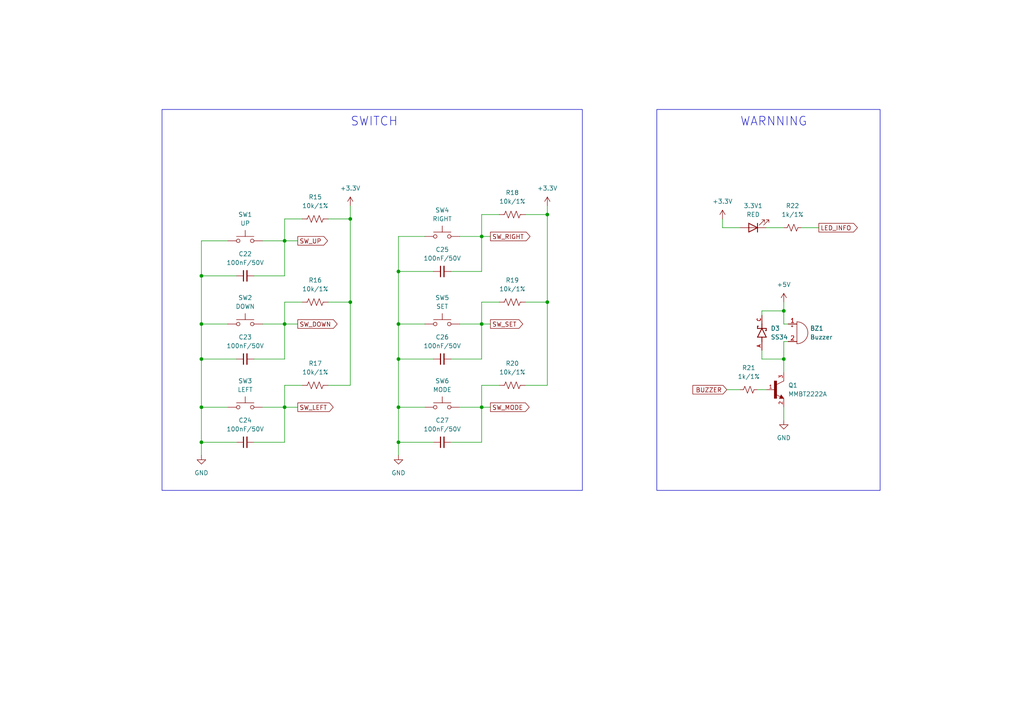
<source format=kicad_sch>
(kicad_sch (version 20230121) (generator eeschema)

  (uuid afa951ed-928f-4bf2-a064-4c2b40c548a3)

  (paper "A4")

  (lib_symbols
    (symbol "Device:Buzzer" (pin_names (offset 0.0254) hide) (in_bom yes) (on_board yes)
      (property "Reference" "BZ" (at 3.81 1.27 0)
        (effects (font (size 1.27 1.27)) (justify left))
      )
      (property "Value" "Buzzer" (at 3.81 -1.27 0)
        (effects (font (size 1.27 1.27)) (justify left))
      )
      (property "Footprint" "" (at -0.635 2.54 90)
        (effects (font (size 1.27 1.27)) hide)
      )
      (property "Datasheet" "~" (at -0.635 2.54 90)
        (effects (font (size 1.27 1.27)) hide)
      )
      (property "ki_keywords" "quartz resonator ceramic" (at 0 0 0)
        (effects (font (size 1.27 1.27)) hide)
      )
      (property "ki_description" "Buzzer, polarized" (at 0 0 0)
        (effects (font (size 1.27 1.27)) hide)
      )
      (property "ki_fp_filters" "*Buzzer*" (at 0 0 0)
        (effects (font (size 1.27 1.27)) hide)
      )
      (symbol "Buzzer_0_1"
        (arc (start 0 -3.175) (mid 3.1612 0) (end 0 3.175)
          (stroke (width 0) (type default))
          (fill (type none))
        )
        (polyline
          (pts
            (xy -1.651 1.905)
            (xy -1.143 1.905)
          )
          (stroke (width 0) (type default))
          (fill (type none))
        )
        (polyline
          (pts
            (xy -1.397 2.159)
            (xy -1.397 1.651)
          )
          (stroke (width 0) (type default))
          (fill (type none))
        )
        (polyline
          (pts
            (xy 0 3.175)
            (xy 0 -3.175)
          )
          (stroke (width 0) (type default))
          (fill (type none))
        )
      )
      (symbol "Buzzer_1_1"
        (pin passive line (at -2.54 2.54 0) (length 2.54)
          (name "-" (effects (font (size 1.27 1.27))))
          (number "1" (effects (font (size 1.27 1.27))))
        )
        (pin passive line (at -2.54 -2.54 0) (length 2.54)
          (name "+" (effects (font (size 1.27 1.27))))
          (number "2" (effects (font (size 1.27 1.27))))
        )
      )
    )
    (symbol "Device:C_Small" (pin_numbers hide) (pin_names (offset 0.254) hide) (in_bom yes) (on_board yes)
      (property "Reference" "C" (at 0.254 1.778 0)
        (effects (font (size 1.27 1.27)) (justify left))
      )
      (property "Value" "C_Small" (at 0.254 -2.032 0)
        (effects (font (size 1.27 1.27)) (justify left))
      )
      (property "Footprint" "" (at 0 0 0)
        (effects (font (size 1.27 1.27)) hide)
      )
      (property "Datasheet" "~" (at 0 0 0)
        (effects (font (size 1.27 1.27)) hide)
      )
      (property "ki_keywords" "capacitor cap" (at 0 0 0)
        (effects (font (size 1.27 1.27)) hide)
      )
      (property "ki_description" "Unpolarized capacitor, small symbol" (at 0 0 0)
        (effects (font (size 1.27 1.27)) hide)
      )
      (property "ki_fp_filters" "C_*" (at 0 0 0)
        (effects (font (size 1.27 1.27)) hide)
      )
      (symbol "C_Small_0_1"
        (polyline
          (pts
            (xy -1.524 -0.508)
            (xy 1.524 -0.508)
          )
          (stroke (width 0.3302) (type default))
          (fill (type none))
        )
        (polyline
          (pts
            (xy -1.524 0.508)
            (xy 1.524 0.508)
          )
          (stroke (width 0.3048) (type default))
          (fill (type none))
        )
      )
      (symbol "C_Small_1_1"
        (pin passive line (at 0 2.54 270) (length 2.032)
          (name "~" (effects (font (size 1.27 1.27))))
          (number "1" (effects (font (size 1.27 1.27))))
        )
        (pin passive line (at 0 -2.54 90) (length 2.032)
          (name "~" (effects (font (size 1.27 1.27))))
          (number "2" (effects (font (size 1.27 1.27))))
        )
      )
    )
    (symbol "Device:LED" (pin_numbers hide) (pin_names (offset 1.016) hide) (in_bom yes) (on_board yes)
      (property "Reference" "D" (at 0 2.54 0)
        (effects (font (size 1.27 1.27)))
      )
      (property "Value" "LED" (at 0 -2.54 0)
        (effects (font (size 1.27 1.27)))
      )
      (property "Footprint" "" (at 0 0 0)
        (effects (font (size 1.27 1.27)) hide)
      )
      (property "Datasheet" "~" (at 0 0 0)
        (effects (font (size 1.27 1.27)) hide)
      )
      (property "ki_keywords" "LED diode" (at 0 0 0)
        (effects (font (size 1.27 1.27)) hide)
      )
      (property "ki_description" "Light emitting diode" (at 0 0 0)
        (effects (font (size 1.27 1.27)) hide)
      )
      (property "ki_fp_filters" "LED* LED_SMD:* LED_THT:*" (at 0 0 0)
        (effects (font (size 1.27 1.27)) hide)
      )
      (symbol "LED_0_1"
        (polyline
          (pts
            (xy -1.27 -1.27)
            (xy -1.27 1.27)
          )
          (stroke (width 0.254) (type default))
          (fill (type none))
        )
        (polyline
          (pts
            (xy -1.27 0)
            (xy 1.27 0)
          )
          (stroke (width 0) (type default))
          (fill (type none))
        )
        (polyline
          (pts
            (xy 1.27 -1.27)
            (xy 1.27 1.27)
            (xy -1.27 0)
            (xy 1.27 -1.27)
          )
          (stroke (width 0.254) (type default))
          (fill (type none))
        )
        (polyline
          (pts
            (xy -3.048 -0.762)
            (xy -4.572 -2.286)
            (xy -3.81 -2.286)
            (xy -4.572 -2.286)
            (xy -4.572 -1.524)
          )
          (stroke (width 0) (type default))
          (fill (type none))
        )
        (polyline
          (pts
            (xy -1.778 -0.762)
            (xy -3.302 -2.286)
            (xy -2.54 -2.286)
            (xy -3.302 -2.286)
            (xy -3.302 -1.524)
          )
          (stroke (width 0) (type default))
          (fill (type none))
        )
      )
      (symbol "LED_1_1"
        (pin passive line (at -3.81 0 0) (length 2.54)
          (name "K" (effects (font (size 1.27 1.27))))
          (number "1" (effects (font (size 1.27 1.27))))
        )
        (pin passive line (at 3.81 0 180) (length 2.54)
          (name "A" (effects (font (size 1.27 1.27))))
          (number "2" (effects (font (size 1.27 1.27))))
        )
      )
    )
    (symbol "Device:R_Small_US" (pin_numbers hide) (pin_names (offset 0.254) hide) (in_bom yes) (on_board yes)
      (property "Reference" "R" (at 0.762 0.508 0)
        (effects (font (size 1.27 1.27)) (justify left))
      )
      (property "Value" "R_Small_US" (at 0.762 -1.016 0)
        (effects (font (size 1.27 1.27)) (justify left))
      )
      (property "Footprint" "" (at 0 0 0)
        (effects (font (size 1.27 1.27)) hide)
      )
      (property "Datasheet" "~" (at 0 0 0)
        (effects (font (size 1.27 1.27)) hide)
      )
      (property "ki_keywords" "r resistor" (at 0 0 0)
        (effects (font (size 1.27 1.27)) hide)
      )
      (property "ki_description" "Resistor, small US symbol" (at 0 0 0)
        (effects (font (size 1.27 1.27)) hide)
      )
      (property "ki_fp_filters" "R_*" (at 0 0 0)
        (effects (font (size 1.27 1.27)) hide)
      )
      (symbol "R_Small_US_1_1"
        (polyline
          (pts
            (xy 0 0)
            (xy 1.016 -0.381)
            (xy 0 -0.762)
            (xy -1.016 -1.143)
            (xy 0 -1.524)
          )
          (stroke (width 0) (type default))
          (fill (type none))
        )
        (polyline
          (pts
            (xy 0 1.524)
            (xy 1.016 1.143)
            (xy 0 0.762)
            (xy -1.016 0.381)
            (xy 0 0)
          )
          (stroke (width 0) (type default))
          (fill (type none))
        )
        (pin passive line (at 0 2.54 270) (length 1.016)
          (name "~" (effects (font (size 1.27 1.27))))
          (number "1" (effects (font (size 1.27 1.27))))
        )
        (pin passive line (at 0 -2.54 90) (length 1.016)
          (name "~" (effects (font (size 1.27 1.27))))
          (number "2" (effects (font (size 1.27 1.27))))
        )
      )
    )
    (symbol "Device:R_US" (pin_numbers hide) (pin_names (offset 0)) (in_bom yes) (on_board yes)
      (property "Reference" "R" (at 2.54 0 90)
        (effects (font (size 1.27 1.27)))
      )
      (property "Value" "R_US" (at -2.54 0 90)
        (effects (font (size 1.27 1.27)))
      )
      (property "Footprint" "" (at 1.016 -0.254 90)
        (effects (font (size 1.27 1.27)) hide)
      )
      (property "Datasheet" "~" (at 0 0 0)
        (effects (font (size 1.27 1.27)) hide)
      )
      (property "ki_keywords" "R res resistor" (at 0 0 0)
        (effects (font (size 1.27 1.27)) hide)
      )
      (property "ki_description" "Resistor, US symbol" (at 0 0 0)
        (effects (font (size 1.27 1.27)) hide)
      )
      (property "ki_fp_filters" "R_*" (at 0 0 0)
        (effects (font (size 1.27 1.27)) hide)
      )
      (symbol "R_US_0_1"
        (polyline
          (pts
            (xy 0 -2.286)
            (xy 0 -2.54)
          )
          (stroke (width 0) (type default))
          (fill (type none))
        )
        (polyline
          (pts
            (xy 0 2.286)
            (xy 0 2.54)
          )
          (stroke (width 0) (type default))
          (fill (type none))
        )
        (polyline
          (pts
            (xy 0 -0.762)
            (xy 1.016 -1.143)
            (xy 0 -1.524)
            (xy -1.016 -1.905)
            (xy 0 -2.286)
          )
          (stroke (width 0) (type default))
          (fill (type none))
        )
        (polyline
          (pts
            (xy 0 0.762)
            (xy 1.016 0.381)
            (xy 0 0)
            (xy -1.016 -0.381)
            (xy 0 -0.762)
          )
          (stroke (width 0) (type default))
          (fill (type none))
        )
        (polyline
          (pts
            (xy 0 2.286)
            (xy 1.016 1.905)
            (xy 0 1.524)
            (xy -1.016 1.143)
            (xy 0 0.762)
          )
          (stroke (width 0) (type default))
          (fill (type none))
        )
      )
      (symbol "R_US_1_1"
        (pin passive line (at 0 3.81 270) (length 1.27)
          (name "~" (effects (font (size 1.27 1.27))))
          (number "1" (effects (font (size 1.27 1.27))))
        )
        (pin passive line (at 0 -3.81 90) (length 1.27)
          (name "~" (effects (font (size 1.27 1.27))))
          (number "2" (effects (font (size 1.27 1.27))))
        )
      )
    )
    (symbol "MMBT2222A:MMBT2222A" (pin_names (offset 1.016)) (in_bom yes) (on_board yes)
      (property "Reference" "Q" (at -10.1729 7.6297 0)
        (effects (font (size 1.27 1.27)) (justify left bottom))
      )
      (property "Value" "MMBT2222A" (at -10.1683 5.0841 0)
        (effects (font (size 1.27 1.27)) (justify left bottom))
      )
      (property "Footprint" "" (at 0 0 0)
        (effects (font (size 1.27 1.27)) (justify bottom) hide)
      )
      (property "Datasheet" "" (at 0 0 0)
        (effects (font (size 1.27 1.27)) hide)
      )
      (property "DIGIKEY" "" (at 0 0 0)
        (effects (font (size 1.27 1.27)) (justify bottom) hide)
      )
      (property "ELEMENT14" "" (at 0 0 0)
        (effects (font (size 1.27 1.27)) (justify bottom) hide)
      )
      (symbol "MMBT2222A_0_0"
        (rectangle (start -0.2545 -2.5449) (end 0.508 2.54)
          (stroke (width 0.1) (type default))
          (fill (type outline))
        )
        (polyline
          (pts
            (xy 1.27 -2.54)
            (xy 1.778 -1.524)
          )
          (stroke (width 0.1524) (type default))
          (fill (type none))
        )
        (polyline
          (pts
            (xy 1.524 -2.413)
            (xy 2.286 -2.413)
          )
          (stroke (width 0.254) (type default))
          (fill (type none))
        )
        (polyline
          (pts
            (xy 1.524 -2.286)
            (xy 1.905 -2.286)
          )
          (stroke (width 0.254) (type default))
          (fill (type none))
        )
        (polyline
          (pts
            (xy 1.54 -2.04)
            (xy 0.308 -1.424)
          )
          (stroke (width 0.1524) (type default))
          (fill (type none))
        )
        (polyline
          (pts
            (xy 1.778 -1.778)
            (xy 1.524 -2.286)
          )
          (stroke (width 0.254) (type default))
          (fill (type none))
        )
        (polyline
          (pts
            (xy 1.778 -1.524)
            (xy 2.54 -2.54)
          )
          (stroke (width 0.1524) (type default))
          (fill (type none))
        )
        (polyline
          (pts
            (xy 1.905 -2.286)
            (xy 1.778 -2.032)
          )
          (stroke (width 0.254) (type default))
          (fill (type none))
        )
        (polyline
          (pts
            (xy 2.286 -2.413)
            (xy 1.778 -1.778)
          )
          (stroke (width 0.254) (type default))
          (fill (type none))
        )
        (polyline
          (pts
            (xy 2.54 -2.54)
            (xy 1.27 -2.54)
          )
          (stroke (width 0.1524) (type default))
          (fill (type none))
        )
        (polyline
          (pts
            (xy 2.54 2.54)
            (xy 0.508 1.524)
          )
          (stroke (width 0.1524) (type default))
          (fill (type none))
        )
        (pin passive line (at -2.54 0 0) (length 2.54)
          (name "~" (effects (font (size 1.016 1.016))))
          (number "1" (effects (font (size 1.016 1.016))))
        )
        (pin passive line (at 2.54 -5.08 90) (length 2.54)
          (name "~" (effects (font (size 1.016 1.016))))
          (number "2" (effects (font (size 1.016 1.016))))
        )
        (pin passive line (at 2.54 5.08 270) (length 2.54)
          (name "~" (effects (font (size 1.016 1.016))))
          (number "3" (effects (font (size 1.016 1.016))))
        )
      )
    )
    (symbol "SS34:SS34" (pin_names (offset 1.016)) (in_bom yes) (on_board yes)
      (property "Reference" "D" (at -5.08 2.54 0)
        (effects (font (size 1.27 1.27)) (justify left bottom))
      )
      (property "Value" "SS34" (at -5.08 -3.81 0)
        (effects (font (size 1.27 1.27)) (justify left bottom))
      )
      (property "Footprint" "" (at 0 0 0)
        (effects (font (size 1.27 1.27)) (justify bottom) hide)
      )
      (property "Datasheet" "" (at 0 0 0)
        (effects (font (size 1.27 1.27)) hide)
      )
      (property "PARTREV" "" (at 0 0 0)
        (effects (font (size 1.27 1.27)) (justify bottom) hide)
      )
      (property "STANDARD" "" (at 0 0 0)
        (effects (font (size 1.27 1.27)) (justify bottom) hide)
      )
      (property "SNAPEDA_PACKAGE_ID" "" (at 0 0 0)
        (effects (font (size 1.27 1.27)) (justify bottom) hide)
      )
      (property "MAXIMUM_PACKAGE_HEIGHT" "" (at 0 0 0)
        (effects (font (size 1.27 1.27)) (justify bottom) hide)
      )
      (property "MANUFACTURER" "" (at 0 0 0)
        (effects (font (size 1.27 1.27)) (justify bottom) hide)
      )
      (symbol "SS34_0_0"
        (polyline
          (pts
            (xy -2.54 0)
            (xy -1.27 0)
          )
          (stroke (width 0.254) (type default))
          (fill (type none))
        )
        (polyline
          (pts
            (xy -1.27 -1.27)
            (xy 1.27 0)
          )
          (stroke (width 0.254) (type default))
          (fill (type none))
        )
        (polyline
          (pts
            (xy -1.27 0)
            (xy -1.27 -1.27)
          )
          (stroke (width 0.254) (type default))
          (fill (type none))
        )
        (polyline
          (pts
            (xy -1.27 1.27)
            (xy -1.27 0)
          )
          (stroke (width 0.254) (type default))
          (fill (type none))
        )
        (polyline
          (pts
            (xy 0.635 -1.016)
            (xy 0.635 -1.27)
          )
          (stroke (width 0.254) (type default))
          (fill (type none))
        )
        (polyline
          (pts
            (xy 1.27 -1.27)
            (xy 0.635 -1.27)
          )
          (stroke (width 0.254) (type default))
          (fill (type none))
        )
        (polyline
          (pts
            (xy 1.27 0)
            (xy -1.27 1.27)
          )
          (stroke (width 0.254) (type default))
          (fill (type none))
        )
        (polyline
          (pts
            (xy 1.27 0)
            (xy 1.27 -1.27)
          )
          (stroke (width 0.254) (type default))
          (fill (type none))
        )
        (polyline
          (pts
            (xy 1.27 1.27)
            (xy 1.27 0)
          )
          (stroke (width 0.254) (type default))
          (fill (type none))
        )
        (polyline
          (pts
            (xy 1.905 1.27)
            (xy 1.27 1.27)
          )
          (stroke (width 0.254) (type default))
          (fill (type none))
        )
        (polyline
          (pts
            (xy 1.905 1.27)
            (xy 1.905 1.016)
          )
          (stroke (width 0.254) (type default))
          (fill (type none))
        )
        (polyline
          (pts
            (xy 2.54 0)
            (xy 1.27 0)
          )
          (stroke (width 0.254) (type default))
          (fill (type none))
        )
        (pin passive line (at -5.08 0 0) (length 2.54)
          (name "~" (effects (font (size 1.016 1.016))))
          (number "A" (effects (font (size 1.016 1.016))))
        )
        (pin passive line (at 5.08 0 180) (length 2.54)
          (name "~" (effects (font (size 1.016 1.016))))
          (number "C" (effects (font (size 1.016 1.016))))
        )
      )
    )
    (symbol "Switch:SW_Push" (pin_numbers hide) (pin_names (offset 1.016) hide) (in_bom yes) (on_board yes)
      (property "Reference" "SW" (at 1.27 2.54 0)
        (effects (font (size 1.27 1.27)) (justify left))
      )
      (property "Value" "SW_Push" (at 0 -1.524 0)
        (effects (font (size 1.27 1.27)))
      )
      (property "Footprint" "" (at 0 5.08 0)
        (effects (font (size 1.27 1.27)) hide)
      )
      (property "Datasheet" "~" (at 0 5.08 0)
        (effects (font (size 1.27 1.27)) hide)
      )
      (property "ki_keywords" "switch normally-open pushbutton push-button" (at 0 0 0)
        (effects (font (size 1.27 1.27)) hide)
      )
      (property "ki_description" "Push button switch, generic, two pins" (at 0 0 0)
        (effects (font (size 1.27 1.27)) hide)
      )
      (symbol "SW_Push_0_1"
        (circle (center -2.032 0) (radius 0.508)
          (stroke (width 0) (type default))
          (fill (type none))
        )
        (polyline
          (pts
            (xy 0 1.27)
            (xy 0 3.048)
          )
          (stroke (width 0) (type default))
          (fill (type none))
        )
        (polyline
          (pts
            (xy 2.54 1.27)
            (xy -2.54 1.27)
          )
          (stroke (width 0) (type default))
          (fill (type none))
        )
        (circle (center 2.032 0) (radius 0.508)
          (stroke (width 0) (type default))
          (fill (type none))
        )
        (pin passive line (at -5.08 0 0) (length 2.54)
          (name "1" (effects (font (size 1.27 1.27))))
          (number "1" (effects (font (size 1.27 1.27))))
        )
        (pin passive line (at 5.08 0 180) (length 2.54)
          (name "2" (effects (font (size 1.27 1.27))))
          (number "2" (effects (font (size 1.27 1.27))))
        )
      )
    )
    (symbol "power:+3.3V" (power) (pin_names (offset 0)) (in_bom yes) (on_board yes)
      (property "Reference" "#PWR" (at 0 -3.81 0)
        (effects (font (size 1.27 1.27)) hide)
      )
      (property "Value" "+3.3V" (at 0 3.556 0)
        (effects (font (size 1.27 1.27)))
      )
      (property "Footprint" "" (at 0 0 0)
        (effects (font (size 1.27 1.27)) hide)
      )
      (property "Datasheet" "" (at 0 0 0)
        (effects (font (size 1.27 1.27)) hide)
      )
      (property "ki_keywords" "global power" (at 0 0 0)
        (effects (font (size 1.27 1.27)) hide)
      )
      (property "ki_description" "Power symbol creates a global label with name \"+3.3V\"" (at 0 0 0)
        (effects (font (size 1.27 1.27)) hide)
      )
      (symbol "+3.3V_0_1"
        (polyline
          (pts
            (xy -0.762 1.27)
            (xy 0 2.54)
          )
          (stroke (width 0) (type default))
          (fill (type none))
        )
        (polyline
          (pts
            (xy 0 0)
            (xy 0 2.54)
          )
          (stroke (width 0) (type default))
          (fill (type none))
        )
        (polyline
          (pts
            (xy 0 2.54)
            (xy 0.762 1.27)
          )
          (stroke (width 0) (type default))
          (fill (type none))
        )
      )
      (symbol "+3.3V_1_1"
        (pin power_in line (at 0 0 90) (length 0) hide
          (name "+3.3V" (effects (font (size 1.27 1.27))))
          (number "1" (effects (font (size 1.27 1.27))))
        )
      )
    )
    (symbol "power:+5V" (power) (pin_names (offset 0)) (in_bom yes) (on_board yes)
      (property "Reference" "#PWR" (at 0 -3.81 0)
        (effects (font (size 1.27 1.27)) hide)
      )
      (property "Value" "+5V" (at 0 3.556 0)
        (effects (font (size 1.27 1.27)))
      )
      (property "Footprint" "" (at 0 0 0)
        (effects (font (size 1.27 1.27)) hide)
      )
      (property "Datasheet" "" (at 0 0 0)
        (effects (font (size 1.27 1.27)) hide)
      )
      (property "ki_keywords" "global power" (at 0 0 0)
        (effects (font (size 1.27 1.27)) hide)
      )
      (property "ki_description" "Power symbol creates a global label with name \"+5V\"" (at 0 0 0)
        (effects (font (size 1.27 1.27)) hide)
      )
      (symbol "+5V_0_1"
        (polyline
          (pts
            (xy -0.762 1.27)
            (xy 0 2.54)
          )
          (stroke (width 0) (type default))
          (fill (type none))
        )
        (polyline
          (pts
            (xy 0 0)
            (xy 0 2.54)
          )
          (stroke (width 0) (type default))
          (fill (type none))
        )
        (polyline
          (pts
            (xy 0 2.54)
            (xy 0.762 1.27)
          )
          (stroke (width 0) (type default))
          (fill (type none))
        )
      )
      (symbol "+5V_1_1"
        (pin power_in line (at 0 0 90) (length 0) hide
          (name "+5V" (effects (font (size 1.27 1.27))))
          (number "1" (effects (font (size 1.27 1.27))))
        )
      )
    )
    (symbol "power:GND" (power) (pin_names (offset 0)) (in_bom yes) (on_board yes)
      (property "Reference" "#PWR" (at 0 -6.35 0)
        (effects (font (size 1.27 1.27)) hide)
      )
      (property "Value" "GND" (at 0 -3.81 0)
        (effects (font (size 1.27 1.27)))
      )
      (property "Footprint" "" (at 0 0 0)
        (effects (font (size 1.27 1.27)) hide)
      )
      (property "Datasheet" "" (at 0 0 0)
        (effects (font (size 1.27 1.27)) hide)
      )
      (property "ki_keywords" "global power" (at 0 0 0)
        (effects (font (size 1.27 1.27)) hide)
      )
      (property "ki_description" "Power symbol creates a global label with name \"GND\" , ground" (at 0 0 0)
        (effects (font (size 1.27 1.27)) hide)
      )
      (symbol "GND_0_1"
        (polyline
          (pts
            (xy 0 0)
            (xy 0 -1.27)
            (xy 1.27 -1.27)
            (xy 0 -2.54)
            (xy -1.27 -1.27)
            (xy 0 -1.27)
          )
          (stroke (width 0) (type default))
          (fill (type none))
        )
      )
      (symbol "GND_1_1"
        (pin power_in line (at 0 0 270) (length 0) hide
          (name "GND" (effects (font (size 1.27 1.27))))
          (number "1" (effects (font (size 1.27 1.27))))
        )
      )
    )
  )

  (junction (at 82.55 93.98) (diameter 0) (color 0 0 0 0)
    (uuid 02bcccb6-f19d-49d2-8d0d-0941144a361e)
  )
  (junction (at 58.42 80.01) (diameter 0) (color 0 0 0 0)
    (uuid 061e787b-6e4a-4f92-9946-c9bb45727a79)
  )
  (junction (at 139.7 93.98) (diameter 0) (color 0 0 0 0)
    (uuid 12c16478-74c8-4b61-837d-9228c160404d)
  )
  (junction (at 58.42 104.14) (diameter 0) (color 0 0 0 0)
    (uuid 19454baf-78c1-4ca9-86b3-c7a3783157bc)
  )
  (junction (at 227.33 104.14) (diameter 0) (color 0 0 0 0)
    (uuid 350e76a0-2998-4e8a-830b-f26ff60a5de9)
  )
  (junction (at 139.7 68.58) (diameter 0) (color 0 0 0 0)
    (uuid 5df85e2a-16af-4bf8-98ce-3850b2402cb1)
  )
  (junction (at 58.42 118.11) (diameter 0) (color 0 0 0 0)
    (uuid 5f64fe4e-fd68-443e-a3bd-a68afb8036a1)
  )
  (junction (at 82.55 118.11) (diameter 0) (color 0 0 0 0)
    (uuid 615a32d2-6d97-44bd-b0bb-3133f08a297f)
  )
  (junction (at 58.42 93.98) (diameter 0) (color 0 0 0 0)
    (uuid 650362d9-4ea9-4e55-b9ac-0024cfd6e71c)
  )
  (junction (at 115.57 128.27) (diameter 0) (color 0 0 0 0)
    (uuid 661919e6-634a-4532-b796-d1053fed17ba)
  )
  (junction (at 115.57 118.11) (diameter 0) (color 0 0 0 0)
    (uuid 661be00b-b70d-4595-b7f9-8005c63baa34)
  )
  (junction (at 115.57 104.14) (diameter 0) (color 0 0 0 0)
    (uuid 73fe4ce6-ad35-4e87-9595-a9b1768aedaf)
  )
  (junction (at 101.6 87.63) (diameter 0) (color 0 0 0 0)
    (uuid 77ede9f4-99a8-45a1-8ba8-57d863cf878a)
  )
  (junction (at 158.75 87.63) (diameter 0) (color 0 0 0 0)
    (uuid 8add4859-8197-4dcf-8842-83f5fd1ba6b1)
  )
  (junction (at 58.42 128.27) (diameter 0) (color 0 0 0 0)
    (uuid 8b2ce97a-2c3e-4c09-bfae-b6dce196a56f)
  )
  (junction (at 158.75 62.23) (diameter 0) (color 0 0 0 0)
    (uuid adf2eb0d-dac5-4407-9dd6-e085c3ba9942)
  )
  (junction (at 101.6 63.5) (diameter 0) (color 0 0 0 0)
    (uuid b150a7c6-1d0f-4149-bc4f-f4b7bfb9b52b)
  )
  (junction (at 139.7 118.11) (diameter 0) (color 0 0 0 0)
    (uuid bb6c500e-2807-4434-9db5-a7ad10f8ef33)
  )
  (junction (at 115.57 93.98) (diameter 0) (color 0 0 0 0)
    (uuid bd786b12-2bd0-4173-9734-0eddd4f21cf0)
  )
  (junction (at 82.55 69.85) (diameter 0) (color 0 0 0 0)
    (uuid be02db62-f04d-4e99-a570-bd7f9ec750df)
  )
  (junction (at 227.33 90.17) (diameter 0) (color 0 0 0 0)
    (uuid cb96c2a9-5a6e-4719-9a60-275309f1564f)
  )
  (junction (at 115.57 78.74) (diameter 0) (color 0 0 0 0)
    (uuid eff31842-c953-4122-bec2-5f5ec9861078)
  )

  (wire (pts (xy 115.57 104.14) (xy 125.73 104.14))
    (stroke (width 0) (type default))
    (uuid 03da0f0c-5405-4f07-93cc-7d95ff5b3063)
  )
  (wire (pts (xy 144.78 87.63) (xy 139.7 87.63))
    (stroke (width 0) (type default))
    (uuid 09caccb0-8929-45a8-890d-57190c6b5a9d)
  )
  (wire (pts (xy 227.33 104.14) (xy 227.33 107.95))
    (stroke (width 0) (type default))
    (uuid 0b665f7f-9a3e-4e8d-893e-98309a60f296)
  )
  (wire (pts (xy 130.81 78.74) (xy 139.7 78.74))
    (stroke (width 0) (type default))
    (uuid 0c1ed1a8-2efa-4baa-844d-5cc6f055f54f)
  )
  (wire (pts (xy 139.7 93.98) (xy 142.24 93.98))
    (stroke (width 0) (type default))
    (uuid 0f1257b2-2cef-4499-b13a-50a311661794)
  )
  (wire (pts (xy 133.35 68.58) (xy 139.7 68.58))
    (stroke (width 0) (type default))
    (uuid 10bb9290-6153-45ed-a665-63b89cf06265)
  )
  (wire (pts (xy 58.42 118.11) (xy 58.42 128.27))
    (stroke (width 0) (type default))
    (uuid 15ee8eb5-8abe-4fc1-8f84-ee92e7e5ad03)
  )
  (wire (pts (xy 139.7 118.11) (xy 142.24 118.11))
    (stroke (width 0) (type default))
    (uuid 1a12bfa5-8b04-4230-a060-40725e0020f1)
  )
  (wire (pts (xy 82.55 93.98) (xy 86.36 93.98))
    (stroke (width 0) (type default))
    (uuid 1a626e27-1b53-4cd1-aae5-4fc97b43760e)
  )
  (wire (pts (xy 58.42 69.85) (xy 58.42 80.01))
    (stroke (width 0) (type default))
    (uuid 28d87bf4-15da-4202-a5d6-b2278d3ed7fe)
  )
  (wire (pts (xy 152.4 87.63) (xy 158.75 87.63))
    (stroke (width 0) (type default))
    (uuid 294888c7-2e96-49dd-962f-92af9471a484)
  )
  (wire (pts (xy 58.42 80.01) (xy 58.42 93.98))
    (stroke (width 0) (type default))
    (uuid 2cd4518c-6d0a-4a40-85be-d10dc88f2f06)
  )
  (wire (pts (xy 76.2 93.98) (xy 82.55 93.98))
    (stroke (width 0) (type default))
    (uuid 311e9bbe-edcf-4c03-9673-9bac88a6bde5)
  )
  (wire (pts (xy 115.57 128.27) (xy 115.57 132.08))
    (stroke (width 0) (type default))
    (uuid 3253d763-13cc-4bee-8edf-4c1393944a01)
  )
  (wire (pts (xy 115.57 68.58) (xy 115.57 78.74))
    (stroke (width 0) (type default))
    (uuid 36c9ef85-cf01-46d9-883a-6bbc513c6057)
  )
  (wire (pts (xy 115.57 118.11) (xy 115.57 128.27))
    (stroke (width 0) (type default))
    (uuid 3ae27bcb-b8fe-4dba-bae0-aab2cdfb0e5e)
  )
  (wire (pts (xy 144.78 62.23) (xy 139.7 62.23))
    (stroke (width 0) (type default))
    (uuid 3e206ca4-4732-4e24-a739-7f37a18cabdb)
  )
  (wire (pts (xy 58.42 93.98) (xy 58.42 104.14))
    (stroke (width 0) (type default))
    (uuid 3ff44c69-7fd4-49d7-92f4-c5da2a560c5f)
  )
  (wire (pts (xy 130.81 104.14) (xy 139.7 104.14))
    (stroke (width 0) (type default))
    (uuid 40cad781-db79-45d3-8ecf-af811aa8a33d)
  )
  (wire (pts (xy 58.42 93.98) (xy 66.04 93.98))
    (stroke (width 0) (type default))
    (uuid 422062f6-2f73-4b54-8a74-7321aca6ff88)
  )
  (wire (pts (xy 158.75 59.69) (xy 158.75 62.23))
    (stroke (width 0) (type default))
    (uuid 4246048c-d5b3-410a-aa68-28f747d18dbc)
  )
  (wire (pts (xy 82.55 111.76) (xy 82.55 118.11))
    (stroke (width 0) (type default))
    (uuid 43b0126f-b16e-4eb5-9e27-75e3bf6175d5)
  )
  (wire (pts (xy 115.57 93.98) (xy 123.19 93.98))
    (stroke (width 0) (type default))
    (uuid 4433039a-abb2-4adc-a86e-6abfbf3ca499)
  )
  (wire (pts (xy 87.63 63.5) (xy 82.55 63.5))
    (stroke (width 0) (type default))
    (uuid 44f969a6-6a96-4c09-848d-3864dd315a8f)
  )
  (wire (pts (xy 158.75 87.63) (xy 158.75 111.76))
    (stroke (width 0) (type default))
    (uuid 45e599c5-ee13-4378-bbb0-cac8f4727593)
  )
  (wire (pts (xy 227.33 118.11) (xy 227.33 121.92))
    (stroke (width 0) (type default))
    (uuid 466eca97-2427-4f07-8167-75e0b9231e77)
  )
  (wire (pts (xy 220.98 101.6) (xy 220.98 104.14))
    (stroke (width 0) (type default))
    (uuid 4bd732cb-490d-4e79-88dc-8c5a7f49f6ff)
  )
  (wire (pts (xy 73.66 104.14) (xy 82.55 104.14))
    (stroke (width 0) (type default))
    (uuid 51fb7926-542e-438c-a7d3-b23df5b5e6c0)
  )
  (wire (pts (xy 73.66 80.01) (xy 82.55 80.01))
    (stroke (width 0) (type default))
    (uuid 58bd6ec4-fc89-4300-88eb-09737747cfe1)
  )
  (wire (pts (xy 139.7 104.14) (xy 139.7 93.98))
    (stroke (width 0) (type default))
    (uuid 5a9eda87-fef8-460d-9715-3ee9eae5c21f)
  )
  (wire (pts (xy 76.2 118.11) (xy 82.55 118.11))
    (stroke (width 0) (type default))
    (uuid 5b205e0b-5898-42b2-8349-b3cb01f691c4)
  )
  (wire (pts (xy 228.6 99.06) (xy 227.33 99.06))
    (stroke (width 0) (type default))
    (uuid 5f10b589-5217-428e-a2dc-89b6e8dd7abe)
  )
  (wire (pts (xy 139.7 78.74) (xy 139.7 68.58))
    (stroke (width 0) (type default))
    (uuid 6338fc91-94d5-402e-81d9-6ef6b8d5cc02)
  )
  (wire (pts (xy 227.33 99.06) (xy 227.33 104.14))
    (stroke (width 0) (type default))
    (uuid 6564801c-d1a5-4964-b3aa-427c6ac2ae81)
  )
  (wire (pts (xy 158.75 62.23) (xy 158.75 87.63))
    (stroke (width 0) (type default))
    (uuid 695d6f77-75d8-45b9-ba0f-5d25e25f07ac)
  )
  (wire (pts (xy 66.04 69.85) (xy 58.42 69.85))
    (stroke (width 0) (type default))
    (uuid 6ab8fa38-85ed-4968-8c45-d02b9b7219a2)
  )
  (wire (pts (xy 87.63 111.76) (xy 82.55 111.76))
    (stroke (width 0) (type default))
    (uuid 7169b8c3-788a-4e03-8fa2-7b16b6436374)
  )
  (wire (pts (xy 139.7 128.27) (xy 139.7 118.11))
    (stroke (width 0) (type default))
    (uuid 73d0a6c1-880e-40ed-a3c5-6176c14cd983)
  )
  (wire (pts (xy 76.2 69.85) (xy 82.55 69.85))
    (stroke (width 0) (type default))
    (uuid 757230c0-a546-4810-a3c7-6b0ef8d24ade)
  )
  (wire (pts (xy 82.55 69.85) (xy 86.36 69.85))
    (stroke (width 0) (type default))
    (uuid 771010e4-abaf-4ac4-a490-4498ec8d0241)
  )
  (wire (pts (xy 210.82 113.03) (xy 214.63 113.03))
    (stroke (width 0) (type default))
    (uuid 77ba8b50-e4a4-498c-87d1-c5b71c76c72a)
  )
  (wire (pts (xy 101.6 59.69) (xy 101.6 63.5))
    (stroke (width 0) (type default))
    (uuid 78eb86ca-eb86-41e7-b701-28e9f730d632)
  )
  (wire (pts (xy 58.42 118.11) (xy 66.04 118.11))
    (stroke (width 0) (type default))
    (uuid 87224e99-c825-4002-9185-7529821fa49b)
  )
  (wire (pts (xy 82.55 118.11) (xy 86.36 118.11))
    (stroke (width 0) (type default))
    (uuid 88ec89bb-206b-4028-9129-b878f98c85bd)
  )
  (wire (pts (xy 58.42 104.14) (xy 68.58 104.14))
    (stroke (width 0) (type default))
    (uuid 8ce1762d-6ae5-4c68-92d1-4719c343d17e)
  )
  (wire (pts (xy 123.19 68.58) (xy 115.57 68.58))
    (stroke (width 0) (type default))
    (uuid 9126e4b0-6a55-4df5-a72f-3ff899a3218e)
  )
  (wire (pts (xy 139.7 87.63) (xy 139.7 93.98))
    (stroke (width 0) (type default))
    (uuid 96ce162d-96b8-40b6-8ed8-0b2b1142e615)
  )
  (wire (pts (xy 58.42 104.14) (xy 58.42 118.11))
    (stroke (width 0) (type default))
    (uuid 99b70ec5-0efd-40b3-8ad0-7dbfc98643de)
  )
  (wire (pts (xy 139.7 68.58) (xy 142.24 68.58))
    (stroke (width 0) (type default))
    (uuid 9ccb32db-cc2f-4a07-b927-ed246642847e)
  )
  (wire (pts (xy 220.98 91.44) (xy 220.98 90.17))
    (stroke (width 0) (type default))
    (uuid a161c0e7-863b-4f49-ad0a-482b16c9ef43)
  )
  (wire (pts (xy 58.42 80.01) (xy 68.58 80.01))
    (stroke (width 0) (type default))
    (uuid a36bd46a-7b7c-46d8-a526-80ceeaa544e0)
  )
  (wire (pts (xy 95.25 87.63) (xy 101.6 87.63))
    (stroke (width 0) (type default))
    (uuid a82066b2-e58a-4069-9990-f039b80267d7)
  )
  (wire (pts (xy 227.33 93.98) (xy 228.6 93.98))
    (stroke (width 0) (type default))
    (uuid a9dd043a-e52f-4938-b176-cae68caec258)
  )
  (wire (pts (xy 115.57 104.14) (xy 115.57 118.11))
    (stroke (width 0) (type default))
    (uuid b4f4cbae-89c2-4a97-b216-6f675584909e)
  )
  (wire (pts (xy 115.57 93.98) (xy 115.57 104.14))
    (stroke (width 0) (type default))
    (uuid b62c4304-42bd-44d9-8dc4-305fdca0327f)
  )
  (wire (pts (xy 58.42 128.27) (xy 58.42 132.08))
    (stroke (width 0) (type default))
    (uuid b8234182-1c1c-42d5-ba13-0b1b7e2710f1)
  )
  (wire (pts (xy 209.55 66.04) (xy 214.63 66.04))
    (stroke (width 0) (type default))
    (uuid be3ce047-ead6-4406-870c-f171936b0511)
  )
  (wire (pts (xy 82.55 87.63) (xy 82.55 93.98))
    (stroke (width 0) (type default))
    (uuid bee81fe8-68c4-408d-b4a6-e19b3bfea54f)
  )
  (wire (pts (xy 58.42 128.27) (xy 68.58 128.27))
    (stroke (width 0) (type default))
    (uuid c0343d34-b837-424f-9969-91985a8a1612)
  )
  (wire (pts (xy 115.57 118.11) (xy 123.19 118.11))
    (stroke (width 0) (type default))
    (uuid c036790e-08d0-4bc4-a074-a8fe9abacb12)
  )
  (wire (pts (xy 222.25 66.04) (xy 227.33 66.04))
    (stroke (width 0) (type default))
    (uuid c0de1343-70aa-478b-ac89-375926166384)
  )
  (wire (pts (xy 219.71 113.03) (xy 222.25 113.03))
    (stroke (width 0) (type default))
    (uuid c1aa7a49-8e44-44b5-a436-05ae8b294ee2)
  )
  (wire (pts (xy 152.4 62.23) (xy 158.75 62.23))
    (stroke (width 0) (type default))
    (uuid c51829f6-fffd-4ec7-9fc4-66b048c02019)
  )
  (wire (pts (xy 115.57 78.74) (xy 125.73 78.74))
    (stroke (width 0) (type default))
    (uuid c5573795-c064-4c4f-9b4f-ae72b8d564ae)
  )
  (wire (pts (xy 82.55 128.27) (xy 82.55 118.11))
    (stroke (width 0) (type default))
    (uuid c78991d7-fec8-40e4-8c4a-210ab347005e)
  )
  (wire (pts (xy 227.33 90.17) (xy 227.33 93.98))
    (stroke (width 0) (type default))
    (uuid c7a1e749-cef9-42b2-9b80-7da8d40a57e0)
  )
  (wire (pts (xy 144.78 111.76) (xy 139.7 111.76))
    (stroke (width 0) (type default))
    (uuid c909bee5-d6ba-411b-892d-22acdfc76a91)
  )
  (wire (pts (xy 101.6 111.76) (xy 95.25 111.76))
    (stroke (width 0) (type default))
    (uuid c9c76b64-c964-482b-904d-f1bb161c2f8f)
  )
  (wire (pts (xy 82.55 63.5) (xy 82.55 69.85))
    (stroke (width 0) (type default))
    (uuid cca9324d-6d81-45a4-82f3-9b22bff2d636)
  )
  (wire (pts (xy 73.66 128.27) (xy 82.55 128.27))
    (stroke (width 0) (type default))
    (uuid d2240abc-31ca-4853-ad45-545caa7a10f7)
  )
  (wire (pts (xy 101.6 87.63) (xy 101.6 111.76))
    (stroke (width 0) (type default))
    (uuid d6cc5501-fe2b-43e9-9388-ed6e2a80a739)
  )
  (wire (pts (xy 130.81 128.27) (xy 139.7 128.27))
    (stroke (width 0) (type default))
    (uuid d871a2fe-647f-48e9-95f2-1581c016eb22)
  )
  (wire (pts (xy 87.63 87.63) (xy 82.55 87.63))
    (stroke (width 0) (type default))
    (uuid e01cfc47-b06c-4753-bd3a-0a14170545c6)
  )
  (wire (pts (xy 82.55 80.01) (xy 82.55 69.85))
    (stroke (width 0) (type default))
    (uuid e28ca048-0c41-4577-aaac-fc024353f630)
  )
  (wire (pts (xy 209.55 63.5) (xy 209.55 66.04))
    (stroke (width 0) (type default))
    (uuid e3e6cc1c-dea5-4b35-b77c-7a453abfd014)
  )
  (wire (pts (xy 139.7 62.23) (xy 139.7 68.58))
    (stroke (width 0) (type default))
    (uuid e53e65ea-9bff-4554-bc22-066bc6a67a9e)
  )
  (wire (pts (xy 237.49 66.04) (xy 232.41 66.04))
    (stroke (width 0) (type default))
    (uuid e554ee43-1c04-414c-b5dd-4cf2994a6a89)
  )
  (wire (pts (xy 115.57 128.27) (xy 125.73 128.27))
    (stroke (width 0) (type default))
    (uuid e5a97fb0-2b2a-4055-afa9-2b9612e9e644)
  )
  (wire (pts (xy 133.35 118.11) (xy 139.7 118.11))
    (stroke (width 0) (type default))
    (uuid e5f0ebbf-fe79-4be8-bc2a-60fc6c20bcdf)
  )
  (wire (pts (xy 115.57 78.74) (xy 115.57 93.98))
    (stroke (width 0) (type default))
    (uuid e70d5511-dcee-49bd-bc70-3e6b68638e23)
  )
  (wire (pts (xy 101.6 63.5) (xy 101.6 87.63))
    (stroke (width 0) (type default))
    (uuid e85a3cb0-8e04-459f-bdf3-bf13386bb1d6)
  )
  (wire (pts (xy 95.25 63.5) (xy 101.6 63.5))
    (stroke (width 0) (type default))
    (uuid ea56e09d-3cd9-4801-bbe3-6d807af8d49a)
  )
  (wire (pts (xy 139.7 111.76) (xy 139.7 118.11))
    (stroke (width 0) (type default))
    (uuid ea70d9f3-1fd5-4a1b-b144-ab48ba7da69c)
  )
  (wire (pts (xy 220.98 90.17) (xy 227.33 90.17))
    (stroke (width 0) (type default))
    (uuid eafd74c2-062b-4f4e-a2db-41f43256c417)
  )
  (wire (pts (xy 158.75 111.76) (xy 152.4 111.76))
    (stroke (width 0) (type default))
    (uuid ebea0d9b-02b9-4cef-bc7a-a34abf725428)
  )
  (wire (pts (xy 82.55 104.14) (xy 82.55 93.98))
    (stroke (width 0) (type default))
    (uuid efbe88ca-8bb2-4663-bc05-61b7f505ce20)
  )
  (wire (pts (xy 220.98 104.14) (xy 227.33 104.14))
    (stroke (width 0) (type default))
    (uuid f6271467-99f6-44e7-91ed-a5de7984a5c4)
  )
  (wire (pts (xy 227.33 87.63) (xy 227.33 90.17))
    (stroke (width 0) (type default))
    (uuid f8ac6744-5ebd-4506-8cd8-d1373344bbba)
  )
  (wire (pts (xy 133.35 93.98) (xy 139.7 93.98))
    (stroke (width 0) (type default))
    (uuid f9553ac6-69f8-420d-bf6b-06e1b8a85e0b)
  )

  (rectangle (start 190.5 31.75) (end 255.27 142.24)
    (stroke (width 0) (type default))
    (fill (type none))
    (uuid a5b51914-0d9f-4626-91ba-3fedb3e016c2)
  )
  (rectangle (start 46.99 31.75) (end 168.91 142.24)
    (stroke (width 0) (type default))
    (fill (type none))
    (uuid cca023da-b76c-42b5-87bb-af9019585662)
  )

  (text "WARNNING" (at 214.63 36.83 0)
    (effects (font (size 2.54 2.54)) (justify left bottom))
    (uuid 55c1d10c-e7b0-422c-a275-31d39efaf48d)
  )
  (text "SWITCH" (at 101.6 36.83 0)
    (effects (font (size 2.54 2.54)) (justify left bottom))
    (uuid a9524506-926c-4852-a76c-31946f950a2b)
  )

  (global_label "BUZZER" (shape input) (at 210.82 113.03 180) (fields_autoplaced)
    (effects (font (size 1.27 1.27)) (justify right))
    (uuid 03566dea-4b50-4b9e-bc37-b21617905568)
    (property "Intersheetrefs" "${INTERSHEET_REFS}" (at 200.3963 113.03 0)
      (effects (font (size 1.27 1.27)) (justify right) hide)
    )
  )
  (global_label "SW_MODE" (shape output) (at 142.24 118.11 0) (fields_autoplaced)
    (effects (font (size 1.27 1.27)) (justify left))
    (uuid 281ad662-51e5-407d-afd9-f606bf71acec)
    (property "Intersheetrefs" "${INTERSHEET_REFS}" (at 154.0546 118.11 0)
      (effects (font (size 1.27 1.27)) (justify left) hide)
    )
  )
  (global_label "SW_UP" (shape output) (at 86.36 69.85 0) (fields_autoplaced)
    (effects (font (size 1.27 1.27)) (justify left))
    (uuid 7a4e2857-e9e2-4127-bbaa-14577b7d1f36)
    (property "Intersheetrefs" "${INTERSHEET_REFS}" (at 95.5742 69.85 0)
      (effects (font (size 1.27 1.27)) (justify left) hide)
    )
  )
  (global_label "LED_INFO" (shape output) (at 237.49 66.04 0) (fields_autoplaced)
    (effects (font (size 1.27 1.27)) (justify left))
    (uuid 8acdb84f-7deb-4338-90e4-62d1cb5d425e)
    (property "Intersheetrefs" "${INTERSHEET_REFS}" (at 249.2443 66.04 0)
      (effects (font (size 1.27 1.27)) (justify left) hide)
    )
  )
  (global_label "SW_DOWN" (shape output) (at 86.36 93.98 0) (fields_autoplaced)
    (effects (font (size 1.27 1.27)) (justify left))
    (uuid b5ff89d0-0bda-49c9-aeb9-c229332563be)
    (property "Intersheetrefs" "${INTERSHEET_REFS}" (at 98.3561 93.98 0)
      (effects (font (size 1.27 1.27)) (justify left) hide)
    )
  )
  (global_label "SW_RIGHT" (shape output) (at 142.24 68.58 0) (fields_autoplaced)
    (effects (font (size 1.27 1.27)) (justify left))
    (uuid d8e448ac-5ec2-45a0-89e8-411df18a5cdc)
    (property "Intersheetrefs" "${INTERSHEET_REFS}" (at 154.2966 68.58 0)
      (effects (font (size 1.27 1.27)) (justify left) hide)
    )
  )
  (global_label "SW_LEFT" (shape output) (at 86.36 118.11 0) (fields_autoplaced)
    (effects (font (size 1.27 1.27)) (justify left))
    (uuid da846054-cb63-4048-91e0-011257f544aa)
    (property "Intersheetrefs" "${INTERSHEET_REFS}" (at 97.207 118.11 0)
      (effects (font (size 1.27 1.27)) (justify left) hide)
    )
  )
  (global_label "SW_SET" (shape output) (at 142.24 93.98 0) (fields_autoplaced)
    (effects (font (size 1.27 1.27)) (justify left))
    (uuid df30e7de-aa52-4c14-b8ed-c0529c404d88)
    (property "Intersheetrefs" "${INTERSHEET_REFS}" (at 152.1798 93.98 0)
      (effects (font (size 1.27 1.27)) (justify left) hide)
    )
  )

  (symbol (lib_id "Switch:SW_Push") (at 71.12 118.11 0) (unit 1)
    (in_bom yes) (on_board yes) (dnp no) (fields_autoplaced)
    (uuid 079d984e-a41c-4466-9e32-023f50d749e1)
    (property "Reference" "SW3" (at 71.12 110.49 0)
      (effects (font (size 1.27 1.27)))
    )
    (property "Value" "LEFT" (at 71.12 113.03 0)
      (effects (font (size 1.27 1.27)))
    )
    (property "Footprint" "Button_Switch_THT:SW_PUSH-12mm_Wuerth-430476085716" (at 71.12 113.03 0)
      (effects (font (size 1.27 1.27)) hide)
    )
    (property "Datasheet" "~" (at 71.12 113.03 0)
      (effects (font (size 1.27 1.27)) hide)
    )
    (property "URL" "https://www.thegioiic.com/b3f-4055-nut-nhan-12x12mm-cao-7-3mm-4-chan-xuyen-lo-omron" (at 71.12 118.11 0)
      (effects (font (size 1.27 1.27)) hide)
    )
    (pin "1" (uuid 3e28eec7-a840-453c-bb1f-2a078dc68120))
    (pin "2" (uuid 022014d0-253a-4c6f-9db1-8f7aacab87d3))
    (instances
      (project "Brightness_Meter_TB"
        (path "/e486bb10-2d63-468d-9bd4-f5a3f160d98c/ac8e142e-e306-4d12-8b23-f44bcf0c414c"
          (reference "SW3") (unit 1)
        )
      )
    )
  )

  (symbol (lib_id "Device:R_US") (at 91.44 87.63 90) (unit 1)
    (in_bom yes) (on_board yes) (dnp no) (fields_autoplaced)
    (uuid 0abce9c2-4457-459b-92e1-499d21cbd18e)
    (property "Reference" "R16" (at 91.44 81.28 90)
      (effects (font (size 1.27 1.27)))
    )
    (property "Value" "10k/1%" (at 91.44 83.82 90)
      (effects (font (size 1.27 1.27)))
    )
    (property "Footprint" "Resistor_SMD:R_0805_2012Metric_Pad1.20x1.40mm_HandSolder" (at 91.694 86.614 90)
      (effects (font (size 1.27 1.27)) hide)
    )
    (property "Datasheet" "~" (at 91.44 87.63 0)
      (effects (font (size 1.27 1.27)) hide)
    )
    (property "URL" "https://www.thegioiic.com/dien-tro-10-kohm-0805-1-" (at 91.44 87.63 0)
      (effects (font (size 1.27 1.27)) hide)
    )
    (pin "1" (uuid 0a58078b-0351-4aee-8ffb-5d7f15ad5e57))
    (pin "2" (uuid 0e7da587-271b-46cf-a1da-0769a9639520))
    (instances
      (project "Brightness_Meter_TB"
        (path "/e486bb10-2d63-468d-9bd4-f5a3f160d98c/ac8e142e-e306-4d12-8b23-f44bcf0c414c"
          (reference "R16") (unit 1)
        )
      )
      (project "Brightness_Meter"
        (path "/f7cc1c24-a210-4fa3-a52b-f1d84e501e31/290a832f-b788-4d59-9a7b-fef286f8a5e3"
          (reference "R3") (unit 1)
        )
        (path "/f7cc1c24-a210-4fa3-a52b-f1d84e501e31/ab0de2ed-6637-4354-a1fc-796bfac97bc8"
          (reference "R10") (unit 1)
        )
        (path "/f7cc1c24-a210-4fa3-a52b-f1d84e501e31/d2b066dd-80db-41f1-ba17-403893ab45ee"
          (reference "R31") (unit 1)
        )
      )
    )
  )

  (symbol (lib_id "Device:R_US") (at 148.59 87.63 90) (unit 1)
    (in_bom yes) (on_board yes) (dnp no) (fields_autoplaced)
    (uuid 12cd5591-b2c8-4251-8593-f00f68bfc707)
    (property "Reference" "R19" (at 148.59 81.28 90)
      (effects (font (size 1.27 1.27)))
    )
    (property "Value" "10k/1%" (at 148.59 83.82 90)
      (effects (font (size 1.27 1.27)))
    )
    (property "Footprint" "Resistor_SMD:R_0805_2012Metric_Pad1.20x1.40mm_HandSolder" (at 148.844 86.614 90)
      (effects (font (size 1.27 1.27)) hide)
    )
    (property "Datasheet" "~" (at 148.59 87.63 0)
      (effects (font (size 1.27 1.27)) hide)
    )
    (property "URL" "https://www.thegioiic.com/dien-tro-10-kohm-0805-1-" (at 148.59 87.63 0)
      (effects (font (size 1.27 1.27)) hide)
    )
    (pin "1" (uuid 71195d19-4d2f-4f9e-98d2-3f5b0cac0e9d))
    (pin "2" (uuid 9cde748e-aaa4-40ad-9bbd-766bd1b120fa))
    (instances
      (project "Brightness_Meter_TB"
        (path "/e486bb10-2d63-468d-9bd4-f5a3f160d98c/ac8e142e-e306-4d12-8b23-f44bcf0c414c"
          (reference "R19") (unit 1)
        )
      )
      (project "Brightness_Meter"
        (path "/f7cc1c24-a210-4fa3-a52b-f1d84e501e31/290a832f-b788-4d59-9a7b-fef286f8a5e3"
          (reference "R3") (unit 1)
        )
        (path "/f7cc1c24-a210-4fa3-a52b-f1d84e501e31/ab0de2ed-6637-4354-a1fc-796bfac97bc8"
          (reference "R10") (unit 1)
        )
        (path "/f7cc1c24-a210-4fa3-a52b-f1d84e501e31/d2b066dd-80db-41f1-ba17-403893ab45ee"
          (reference "R34") (unit 1)
        )
      )
    )
  )

  (symbol (lib_id "power:+3.3V") (at 101.6 59.69 0) (unit 1)
    (in_bom yes) (on_board yes) (dnp no) (fields_autoplaced)
    (uuid 1d88cf4e-7653-4463-8168-29ad20ec3dc2)
    (property "Reference" "#PWR027" (at 101.6 63.5 0)
      (effects (font (size 1.27 1.27)) hide)
    )
    (property "Value" "+3.3V" (at 101.6 54.61 0)
      (effects (font (size 1.27 1.27)))
    )
    (property "Footprint" "" (at 101.6 59.69 0)
      (effects (font (size 1.27 1.27)) hide)
    )
    (property "Datasheet" "" (at 101.6 59.69 0)
      (effects (font (size 1.27 1.27)) hide)
    )
    (pin "1" (uuid d3074a81-d01e-404d-9008-8f19947644be))
    (instances
      (project "Brightness_Meter_TB"
        (path "/e486bb10-2d63-468d-9bd4-f5a3f160d98c/ac8e142e-e306-4d12-8b23-f44bcf0c414c"
          (reference "#PWR027") (unit 1)
        )
      )
      (project "Brightness_Meter"
        (path "/f7cc1c24-a210-4fa3-a52b-f1d84e501e31/d2b066dd-80db-41f1-ba17-403893ab45ee"
          (reference "#PWR061") (unit 1)
        )
      )
    )
  )

  (symbol (lib_id "Device:C_Small") (at 71.12 128.27 90) (unit 1)
    (in_bom yes) (on_board yes) (dnp no) (fields_autoplaced)
    (uuid 2118d0e3-cdd1-46c3-a972-cfbcc36b8515)
    (property "Reference" "C24" (at 71.1263 121.92 90)
      (effects (font (size 1.27 1.27)))
    )
    (property "Value" "100nF/50V" (at 71.1263 124.46 90)
      (effects (font (size 1.27 1.27)))
    )
    (property "Footprint" "Capacitor_SMD:C_0805_2012Metric_Pad1.18x1.45mm_HandSolder" (at 71.12 128.27 0)
      (effects (font (size 1.27 1.27)) hide)
    )
    (property "Datasheet" "~" (at 71.12 128.27 0)
      (effects (font (size 1.27 1.27)) hide)
    )
    (property "URL" "https://www.thegioiic.com/tu-gom-0805-100nf-0-1uf-50v" (at 71.12 128.27 0)
      (effects (font (size 1.27 1.27)) hide)
    )
    (pin "1" (uuid 66cfd50f-29ad-4c49-a07f-107a224965c9))
    (pin "2" (uuid f06c8ad7-8968-43de-9379-ee9c12d684ca))
    (instances
      (project "Brightness_Meter_TB"
        (path "/e486bb10-2d63-468d-9bd4-f5a3f160d98c/ac8e142e-e306-4d12-8b23-f44bcf0c414c"
          (reference "C24") (unit 1)
        )
      )
      (project "Brightness_Meter"
        (path "/f7cc1c24-a210-4fa3-a52b-f1d84e501e31/0dfa2039-b238-4efb-bfd4-eadfb986a7b5"
          (reference "C16") (unit 1)
        )
        (path "/f7cc1c24-a210-4fa3-a52b-f1d84e501e31/290a832f-b788-4d59-9a7b-fef286f8a5e3"
          (reference "C21") (unit 1)
        )
        (path "/f7cc1c24-a210-4fa3-a52b-f1d84e501e31/d2b066dd-80db-41f1-ba17-403893ab45ee"
          (reference "C46") (unit 1)
        )
      )
    )
  )

  (symbol (lib_id "Switch:SW_Push") (at 128.27 118.11 0) (unit 1)
    (in_bom yes) (on_board yes) (dnp no) (fields_autoplaced)
    (uuid 4421e15c-2fc0-4e5d-b60c-7d43390d2694)
    (property "Reference" "SW6" (at 128.27 110.49 0)
      (effects (font (size 1.27 1.27)))
    )
    (property "Value" "MODE" (at 128.27 113.03 0)
      (effects (font (size 1.27 1.27)))
    )
    (property "Footprint" "Button_Switch_THT:SW_PUSH-12mm_Wuerth-430476085716" (at 128.27 113.03 0)
      (effects (font (size 1.27 1.27)) hide)
    )
    (property "Datasheet" "~" (at 128.27 113.03 0)
      (effects (font (size 1.27 1.27)) hide)
    )
    (property "URL" "https://www.thegioiic.com/b3f-4055-nut-nhan-12x12mm-cao-7-3mm-4-chan-xuyen-lo-omron" (at 128.27 118.11 0)
      (effects (font (size 1.27 1.27)) hide)
    )
    (pin "1" (uuid c9e5cc71-441c-488e-a347-c0ccbb021e09))
    (pin "2" (uuid 21801f20-7c6b-4292-bcbf-8549e6b38580))
    (instances
      (project "Brightness_Meter_TB"
        (path "/e486bb10-2d63-468d-9bd4-f5a3f160d98c/ac8e142e-e306-4d12-8b23-f44bcf0c414c"
          (reference "SW6") (unit 1)
        )
      )
    )
  )

  (symbol (lib_id "Device:R_US") (at 148.59 62.23 90) (unit 1)
    (in_bom yes) (on_board yes) (dnp no) (fields_autoplaced)
    (uuid 4bf2bf8b-b7de-4438-a9e3-2bba0a0c360a)
    (property "Reference" "R18" (at 148.59 55.88 90)
      (effects (font (size 1.27 1.27)))
    )
    (property "Value" "10k/1%" (at 148.59 58.42 90)
      (effects (font (size 1.27 1.27)))
    )
    (property "Footprint" "Resistor_SMD:R_0805_2012Metric_Pad1.20x1.40mm_HandSolder" (at 148.844 61.214 90)
      (effects (font (size 1.27 1.27)) hide)
    )
    (property "Datasheet" "~" (at 148.59 62.23 0)
      (effects (font (size 1.27 1.27)) hide)
    )
    (property "URL" "https://www.thegioiic.com/dien-tro-10-kohm-0805-1-" (at 148.59 62.23 0)
      (effects (font (size 1.27 1.27)) hide)
    )
    (pin "1" (uuid 3f022972-a749-47c3-be0f-72bb0e4e0896))
    (pin "2" (uuid 271f1547-ed68-4606-824c-1ed355ef26ba))
    (instances
      (project "Brightness_Meter_TB"
        (path "/e486bb10-2d63-468d-9bd4-f5a3f160d98c/ac8e142e-e306-4d12-8b23-f44bcf0c414c"
          (reference "R18") (unit 1)
        )
      )
      (project "Brightness_Meter"
        (path "/f7cc1c24-a210-4fa3-a52b-f1d84e501e31/290a832f-b788-4d59-9a7b-fef286f8a5e3"
          (reference "R3") (unit 1)
        )
        (path "/f7cc1c24-a210-4fa3-a52b-f1d84e501e31/ab0de2ed-6637-4354-a1fc-796bfac97bc8"
          (reference "R10") (unit 1)
        )
        (path "/f7cc1c24-a210-4fa3-a52b-f1d84e501e31/d2b066dd-80db-41f1-ba17-403893ab45ee"
          (reference "R33") (unit 1)
        )
      )
    )
  )

  (symbol (lib_id "Device:Buzzer") (at 231.14 96.52 0) (unit 1)
    (in_bom yes) (on_board yes) (dnp no) (fields_autoplaced)
    (uuid 51d7b8b1-f904-46e0-8c96-34644189dc31)
    (property "Reference" "BZ1" (at 234.95 95.25 0)
      (effects (font (size 1.27 1.27)) (justify left))
    )
    (property "Value" "Buzzer" (at 234.95 97.79 0)
      (effects (font (size 1.27 1.27)) (justify left))
    )
    (property "Footprint" "Buzzer_Beeper:Buzzer_12x9.5RM7.6" (at 230.505 93.98 90)
      (effects (font (size 1.27 1.27)) hide)
    )
    (property "Datasheet" "~" (at 230.505 93.98 90)
      (effects (font (size 1.27 1.27)) hide)
    )
    (pin "1" (uuid 40a4b625-01d9-4dbc-ae98-cbafd761d5e7))
    (pin "2" (uuid 3b3f6dd6-93d6-4001-81db-63f497e190ff))
    (instances
      (project "Brightness_Meter_TB"
        (path "/e486bb10-2d63-468d-9bd4-f5a3f160d98c/ac8e142e-e306-4d12-8b23-f44bcf0c414c"
          (reference "BZ1") (unit 1)
        )
      )
      (project "Brightness_Meter"
        (path "/f7cc1c24-a210-4fa3-a52b-f1d84e501e31/d2b066dd-80db-41f1-ba17-403893ab45ee"
          (reference "BZ1") (unit 1)
        )
      )
    )
  )

  (symbol (lib_id "Switch:SW_Push") (at 71.12 69.85 0) (unit 1)
    (in_bom yes) (on_board yes) (dnp no) (fields_autoplaced)
    (uuid 55057c4b-c31b-423a-acd2-27f98029c86d)
    (property "Reference" "SW1" (at 71.12 62.23 0)
      (effects (font (size 1.27 1.27)))
    )
    (property "Value" "UP" (at 71.12 64.77 0)
      (effects (font (size 1.27 1.27)))
    )
    (property "Footprint" "Button_Switch_THT:SW_PUSH-12mm_Wuerth-430476085716" (at 71.12 64.77 0)
      (effects (font (size 1.27 1.27)) hide)
    )
    (property "Datasheet" "~" (at 71.12 64.77 0)
      (effects (font (size 1.27 1.27)) hide)
    )
    (property "URL" "https://www.thegioiic.com/b3f-4055-nut-nhan-12x12mm-cao-7-3mm-4-chan-xuyen-lo-omron" (at 71.12 69.85 0)
      (effects (font (size 1.27 1.27)) hide)
    )
    (pin "1" (uuid bedae862-00f4-4462-bb84-62d17b15a0c1))
    (pin "2" (uuid e0556c8c-4fdf-400b-9902-1eff2724a066))
    (instances
      (project "Brightness_Meter_TB"
        (path "/e486bb10-2d63-468d-9bd4-f5a3f160d98c/ac8e142e-e306-4d12-8b23-f44bcf0c414c"
          (reference "SW1") (unit 1)
        )
      )
    )
  )

  (symbol (lib_id "Device:C_Small") (at 128.27 78.74 90) (unit 1)
    (in_bom yes) (on_board yes) (dnp no) (fields_autoplaced)
    (uuid 6f3d28f2-4298-45e1-9eef-8b0aa262009c)
    (property "Reference" "C25" (at 128.2763 72.39 90)
      (effects (font (size 1.27 1.27)))
    )
    (property "Value" "100nF/50V" (at 128.2763 74.93 90)
      (effects (font (size 1.27 1.27)))
    )
    (property "Footprint" "Capacitor_SMD:C_0805_2012Metric_Pad1.18x1.45mm_HandSolder" (at 128.27 78.74 0)
      (effects (font (size 1.27 1.27)) hide)
    )
    (property "Datasheet" "~" (at 128.27 78.74 0)
      (effects (font (size 1.27 1.27)) hide)
    )
    (property "URL" "https://www.thegioiic.com/tu-gom-0805-100nf-0-1uf-50v" (at 128.27 78.74 0)
      (effects (font (size 1.27 1.27)) hide)
    )
    (pin "1" (uuid 9b00c1f8-94e5-4a0f-86d1-9d3bb8981ca0))
    (pin "2" (uuid 89970212-3ac4-4e5b-a887-e8e75b61b1f5))
    (instances
      (project "Brightness_Meter_TB"
        (path "/e486bb10-2d63-468d-9bd4-f5a3f160d98c/ac8e142e-e306-4d12-8b23-f44bcf0c414c"
          (reference "C25") (unit 1)
        )
      )
      (project "Brightness_Meter"
        (path "/f7cc1c24-a210-4fa3-a52b-f1d84e501e31/0dfa2039-b238-4efb-bfd4-eadfb986a7b5"
          (reference "C16") (unit 1)
        )
        (path "/f7cc1c24-a210-4fa3-a52b-f1d84e501e31/290a832f-b788-4d59-9a7b-fef286f8a5e3"
          (reference "C21") (unit 1)
        )
        (path "/f7cc1c24-a210-4fa3-a52b-f1d84e501e31/d2b066dd-80db-41f1-ba17-403893ab45ee"
          (reference "C47") (unit 1)
        )
      )
    )
  )

  (symbol (lib_id "Device:R_Small_US") (at 229.87 66.04 90) (unit 1)
    (in_bom yes) (on_board yes) (dnp no) (fields_autoplaced)
    (uuid 77a43706-25ca-464b-9ce3-660fdd0d42d7)
    (property "Reference" "R22" (at 229.87 59.69 90)
      (effects (font (size 1.27 1.27)))
    )
    (property "Value" "1k/1%" (at 229.87 62.23 90)
      (effects (font (size 1.27 1.27)))
    )
    (property "Footprint" "Resistor_SMD:R_0805_2012Metric_Pad1.20x1.40mm_HandSolder" (at 229.87 66.04 0)
      (effects (font (size 1.27 1.27)) hide)
    )
    (property "Datasheet" "~" (at 229.87 66.04 0)
      (effects (font (size 1.27 1.27)) hide)
    )
    (property "URL" "https://www.thegioiic.com/dien-tro-1-kohm-0805-1-" (at 229.87 66.04 0)
      (effects (font (size 1.27 1.27)) hide)
    )
    (pin "1" (uuid 49bf6c90-bc9a-4eb3-87f5-27193dc3d2f9))
    (pin "2" (uuid c103ee3c-489d-4804-b39c-321edb132b4d))
    (instances
      (project "Brightness_Meter_TB"
        (path "/e486bb10-2d63-468d-9bd4-f5a3f160d98c/ac8e142e-e306-4d12-8b23-f44bcf0c414c"
          (reference "R22") (unit 1)
        )
      )
      (project "Brightness_Meter"
        (path "/f7cc1c24-a210-4fa3-a52b-f1d84e501e31/0dfa2039-b238-4efb-bfd4-eadfb986a7b5"
          (reference "R18") (unit 1)
        )
        (path "/f7cc1c24-a210-4fa3-a52b-f1d84e501e31/d2b066dd-80db-41f1-ba17-403893ab45ee"
          (reference "R36") (unit 1)
        )
      )
    )
  )

  (symbol (lib_id "power:GND") (at 227.33 121.92 0) (unit 1)
    (in_bom yes) (on_board yes) (dnp no) (fields_autoplaced)
    (uuid 7d83aff9-37dc-40f8-be31-5f5bf1e390ae)
    (property "Reference" "#PWR032" (at 227.33 128.27 0)
      (effects (font (size 1.27 1.27)) hide)
    )
    (property "Value" "GND" (at 227.33 127 0)
      (effects (font (size 1.27 1.27)))
    )
    (property "Footprint" "" (at 227.33 121.92 0)
      (effects (font (size 1.27 1.27)) hide)
    )
    (property "Datasheet" "" (at 227.33 121.92 0)
      (effects (font (size 1.27 1.27)) hide)
    )
    (pin "1" (uuid 58f7300b-c8f9-4434-ab03-6cfb1ef03c39))
    (instances
      (project "Brightness_Meter_TB"
        (path "/e486bb10-2d63-468d-9bd4-f5a3f160d98c/ac8e142e-e306-4d12-8b23-f44bcf0c414c"
          (reference "#PWR032") (unit 1)
        )
      )
      (project "Brightness_Meter"
        (path "/f7cc1c24-a210-4fa3-a52b-f1d84e501e31/d2b066dd-80db-41f1-ba17-403893ab45ee"
          (reference "#PWR065") (unit 1)
        )
      )
    )
  )

  (symbol (lib_id "Switch:SW_Push") (at 128.27 93.98 0) (unit 1)
    (in_bom yes) (on_board yes) (dnp no) (fields_autoplaced)
    (uuid 81d7643c-73c4-46bb-bdb5-087de64f9637)
    (property "Reference" "SW5" (at 128.27 86.36 0)
      (effects (font (size 1.27 1.27)))
    )
    (property "Value" "SET" (at 128.27 88.9 0)
      (effects (font (size 1.27 1.27)))
    )
    (property "Footprint" "Button_Switch_THT:SW_PUSH-12mm_Wuerth-430476085716" (at 128.27 88.9 0)
      (effects (font (size 1.27 1.27)) hide)
    )
    (property "Datasheet" "~" (at 128.27 88.9 0)
      (effects (font (size 1.27 1.27)) hide)
    )
    (property "URL" "https://www.thegioiic.com/b3f-4055-nut-nhan-12x12mm-cao-7-3mm-4-chan-xuyen-lo-omron" (at 128.27 93.98 0)
      (effects (font (size 1.27 1.27)) hide)
    )
    (pin "1" (uuid b6ac166d-5c27-443f-9d86-85f0fadacb9d))
    (pin "2" (uuid 0a662883-dc77-41e3-bcae-c1f1cfb48f12))
    (instances
      (project "Brightness_Meter_TB"
        (path "/e486bb10-2d63-468d-9bd4-f5a3f160d98c/ac8e142e-e306-4d12-8b23-f44bcf0c414c"
          (reference "SW5") (unit 1)
        )
      )
    )
  )

  (symbol (lib_id "Switch:SW_Push") (at 128.27 68.58 0) (unit 1)
    (in_bom yes) (on_board yes) (dnp no) (fields_autoplaced)
    (uuid 826018e9-a513-4285-8711-9c9845242c93)
    (property "Reference" "SW4" (at 128.27 60.96 0)
      (effects (font (size 1.27 1.27)))
    )
    (property "Value" "RIGHT" (at 128.27 63.5 0)
      (effects (font (size 1.27 1.27)))
    )
    (property "Footprint" "Button_Switch_THT:SW_PUSH-12mm_Wuerth-430476085716" (at 128.27 63.5 0)
      (effects (font (size 1.27 1.27)) hide)
    )
    (property "Datasheet" "~" (at 128.27 63.5 0)
      (effects (font (size 1.27 1.27)) hide)
    )
    (property "URL" "https://www.thegioiic.com/b3f-4055-nut-nhan-12x12mm-cao-7-3mm-4-chan-xuyen-lo-omron" (at 128.27 68.58 0)
      (effects (font (size 1.27 1.27)) hide)
    )
    (pin "1" (uuid 67d641ff-93eb-439e-bdc8-83052a889907))
    (pin "2" (uuid f24565b8-31ff-4695-921c-4222ed9faef5))
    (instances
      (project "Brightness_Meter_TB"
        (path "/e486bb10-2d63-468d-9bd4-f5a3f160d98c/ac8e142e-e306-4d12-8b23-f44bcf0c414c"
          (reference "SW4") (unit 1)
        )
      )
    )
  )

  (symbol (lib_id "SS34:SS34") (at 220.98 96.52 90) (unit 1)
    (in_bom yes) (on_board yes) (dnp no)
    (uuid 8f692866-f633-49e0-a55e-6b732a63d953)
    (property "Reference" "D3" (at 223.52 95.25 90)
      (effects (font (size 1.27 1.27)) (justify right))
    )
    (property "Value" "SS34" (at 223.52 97.79 90)
      (effects (font (size 1.27 1.27)) (justify right))
    )
    (property "Footprint" "SS34:DIOM4325X250N" (at 220.98 96.52 0)
      (effects (font (size 1.27 1.27)) (justify bottom) hide)
    )
    (property "Datasheet" "" (at 220.98 96.52 0)
      (effects (font (size 1.27 1.27)) hide)
    )
    (property "URL" "https://www.thegioiic.com/ss34-sma-diode-schottky-3a" (at 220.98 96.52 90)
      (effects (font (size 1.27 1.27)) hide)
    )
    (pin "A" (uuid 38442b02-9f87-4d5f-90c3-46bef339811d))
    (pin "C" (uuid a7149713-ffcf-4590-96f2-fca66716a8ba))
    (instances
      (project "Brightness_Meter_TB"
        (path "/e486bb10-2d63-468d-9bd4-f5a3f160d98c/ac8e142e-e306-4d12-8b23-f44bcf0c414c"
          (reference "D3") (unit 1)
        )
      )
      (project "Brightness_Meter"
        (path "/f7cc1c24-a210-4fa3-a52b-f1d84e501e31/0dfa2039-b238-4efb-bfd4-eadfb986a7b5"
          (reference "D1") (unit 1)
        )
        (path "/f7cc1c24-a210-4fa3-a52b-f1d84e501e31/d2b066dd-80db-41f1-ba17-403893ab45ee"
          (reference "D3") (unit 1)
        )
      )
    )
  )

  (symbol (lib_id "power:GND") (at 115.57 132.08 0) (unit 1)
    (in_bom yes) (on_board yes) (dnp no) (fields_autoplaced)
    (uuid a2e7480f-c10d-4896-9418-092ecb0c3488)
    (property "Reference" "#PWR028" (at 115.57 138.43 0)
      (effects (font (size 1.27 1.27)) hide)
    )
    (property "Value" "GND" (at 115.57 137.16 0)
      (effects (font (size 1.27 1.27)))
    )
    (property "Footprint" "" (at 115.57 132.08 0)
      (effects (font (size 1.27 1.27)) hide)
    )
    (property "Datasheet" "" (at 115.57 132.08 0)
      (effects (font (size 1.27 1.27)) hide)
    )
    (pin "1" (uuid 7b7237b4-6ca6-4625-97e9-03ffdfc5f9e5))
    (instances
      (project "Brightness_Meter_TB"
        (path "/e486bb10-2d63-468d-9bd4-f5a3f160d98c/ac8e142e-e306-4d12-8b23-f44bcf0c414c"
          (reference "#PWR028") (unit 1)
        )
      )
      (project "Brightness_Meter"
        (path "/f7cc1c24-a210-4fa3-a52b-f1d84e501e31/d2b066dd-80db-41f1-ba17-403893ab45ee"
          (reference "#PWR060") (unit 1)
        )
      )
    )
  )

  (symbol (lib_id "Device:C_Small") (at 71.12 104.14 90) (unit 1)
    (in_bom yes) (on_board yes) (dnp no) (fields_autoplaced)
    (uuid b08b9563-86d7-4b87-96ac-9c2c1206a33c)
    (property "Reference" "C23" (at 71.1263 97.79 90)
      (effects (font (size 1.27 1.27)))
    )
    (property "Value" "100nF/50V" (at 71.1263 100.33 90)
      (effects (font (size 1.27 1.27)))
    )
    (property "Footprint" "Capacitor_SMD:C_0805_2012Metric_Pad1.18x1.45mm_HandSolder" (at 71.12 104.14 0)
      (effects (font (size 1.27 1.27)) hide)
    )
    (property "Datasheet" "~" (at 71.12 104.14 0)
      (effects (font (size 1.27 1.27)) hide)
    )
    (property "URL" "https://www.thegioiic.com/tu-gom-0805-100nf-0-1uf-50v" (at 71.12 104.14 0)
      (effects (font (size 1.27 1.27)) hide)
    )
    (pin "1" (uuid fd83247e-7e90-4aad-95a7-3f18ccfe13f4))
    (pin "2" (uuid af06ce4d-885e-462f-89db-ca8783a2dca8))
    (instances
      (project "Brightness_Meter_TB"
        (path "/e486bb10-2d63-468d-9bd4-f5a3f160d98c/ac8e142e-e306-4d12-8b23-f44bcf0c414c"
          (reference "C23") (unit 1)
        )
      )
      (project "Brightness_Meter"
        (path "/f7cc1c24-a210-4fa3-a52b-f1d84e501e31/0dfa2039-b238-4efb-bfd4-eadfb986a7b5"
          (reference "C16") (unit 1)
        )
        (path "/f7cc1c24-a210-4fa3-a52b-f1d84e501e31/290a832f-b788-4d59-9a7b-fef286f8a5e3"
          (reference "C21") (unit 1)
        )
        (path "/f7cc1c24-a210-4fa3-a52b-f1d84e501e31/d2b066dd-80db-41f1-ba17-403893ab45ee"
          (reference "C45") (unit 1)
        )
      )
    )
  )

  (symbol (lib_id "Device:C_Small") (at 128.27 128.27 90) (unit 1)
    (in_bom yes) (on_board yes) (dnp no) (fields_autoplaced)
    (uuid c65d070a-6e27-47fe-9582-ee304ab7b80c)
    (property "Reference" "C27" (at 128.2763 121.92 90)
      (effects (font (size 1.27 1.27)))
    )
    (property "Value" "100nF/50V" (at 128.2763 124.46 90)
      (effects (font (size 1.27 1.27)))
    )
    (property "Footprint" "Capacitor_SMD:C_0805_2012Metric_Pad1.18x1.45mm_HandSolder" (at 128.27 128.27 0)
      (effects (font (size 1.27 1.27)) hide)
    )
    (property "Datasheet" "~" (at 128.27 128.27 0)
      (effects (font (size 1.27 1.27)) hide)
    )
    (property "URL" "https://www.thegioiic.com/tu-gom-0805-100nf-0-1uf-50v" (at 128.27 128.27 0)
      (effects (font (size 1.27 1.27)) hide)
    )
    (pin "1" (uuid 9c812955-ad7f-4978-95d1-4a19a23a1a43))
    (pin "2" (uuid 54b5c629-1843-4049-ad01-d288a833ea1c))
    (instances
      (project "Brightness_Meter_TB"
        (path "/e486bb10-2d63-468d-9bd4-f5a3f160d98c/ac8e142e-e306-4d12-8b23-f44bcf0c414c"
          (reference "C27") (unit 1)
        )
      )
      (project "Brightness_Meter"
        (path "/f7cc1c24-a210-4fa3-a52b-f1d84e501e31/0dfa2039-b238-4efb-bfd4-eadfb986a7b5"
          (reference "C16") (unit 1)
        )
        (path "/f7cc1c24-a210-4fa3-a52b-f1d84e501e31/290a832f-b788-4d59-9a7b-fef286f8a5e3"
          (reference "C21") (unit 1)
        )
        (path "/f7cc1c24-a210-4fa3-a52b-f1d84e501e31/d2b066dd-80db-41f1-ba17-403893ab45ee"
          (reference "C49") (unit 1)
        )
      )
    )
  )

  (symbol (lib_id "Device:R_US") (at 91.44 63.5 90) (unit 1)
    (in_bom yes) (on_board yes) (dnp no) (fields_autoplaced)
    (uuid d10f9d81-7d2b-4b70-a693-53a5f3367a9f)
    (property "Reference" "R15" (at 91.44 57.15 90)
      (effects (font (size 1.27 1.27)))
    )
    (property "Value" "10k/1%" (at 91.44 59.69 90)
      (effects (font (size 1.27 1.27)))
    )
    (property "Footprint" "Resistor_SMD:R_0805_2012Metric_Pad1.20x1.40mm_HandSolder" (at 91.694 62.484 90)
      (effects (font (size 1.27 1.27)) hide)
    )
    (property "Datasheet" "~" (at 91.44 63.5 0)
      (effects (font (size 1.27 1.27)) hide)
    )
    (property "URL" "https://www.thegioiic.com/dien-tro-10-kohm-0805-1-" (at 91.44 63.5 0)
      (effects (font (size 1.27 1.27)) hide)
    )
    (pin "1" (uuid 9bda2507-65ad-4ea5-9ad4-35f00caf9982))
    (pin "2" (uuid 06dd6b9f-7553-475c-afc6-2bd7a667aa34))
    (instances
      (project "Brightness_Meter_TB"
        (path "/e486bb10-2d63-468d-9bd4-f5a3f160d98c/ac8e142e-e306-4d12-8b23-f44bcf0c414c"
          (reference "R15") (unit 1)
        )
      )
      (project "Brightness_Meter"
        (path "/f7cc1c24-a210-4fa3-a52b-f1d84e501e31/290a832f-b788-4d59-9a7b-fef286f8a5e3"
          (reference "R3") (unit 1)
        )
        (path "/f7cc1c24-a210-4fa3-a52b-f1d84e501e31/ab0de2ed-6637-4354-a1fc-796bfac97bc8"
          (reference "R10") (unit 1)
        )
        (path "/f7cc1c24-a210-4fa3-a52b-f1d84e501e31/d2b066dd-80db-41f1-ba17-403893ab45ee"
          (reference "R30") (unit 1)
        )
      )
    )
  )

  (symbol (lib_id "Device:C_Small") (at 128.27 104.14 90) (unit 1)
    (in_bom yes) (on_board yes) (dnp no) (fields_autoplaced)
    (uuid d37ad6fe-7d39-46ab-869b-81dcd54a425a)
    (property "Reference" "C26" (at 128.2763 97.79 90)
      (effects (font (size 1.27 1.27)))
    )
    (property "Value" "100nF/50V" (at 128.2763 100.33 90)
      (effects (font (size 1.27 1.27)))
    )
    (property "Footprint" "Capacitor_SMD:C_0805_2012Metric_Pad1.18x1.45mm_HandSolder" (at 128.27 104.14 0)
      (effects (font (size 1.27 1.27)) hide)
    )
    (property "Datasheet" "~" (at 128.27 104.14 0)
      (effects (font (size 1.27 1.27)) hide)
    )
    (property "URL" "https://www.thegioiic.com/tu-gom-0805-100nf-0-1uf-50v" (at 128.27 104.14 0)
      (effects (font (size 1.27 1.27)) hide)
    )
    (pin "1" (uuid 087f1b93-1c49-4d37-a61f-5cb64e210459))
    (pin "2" (uuid 958a362f-f481-4fee-bc7f-7202c8a66188))
    (instances
      (project "Brightness_Meter_TB"
        (path "/e486bb10-2d63-468d-9bd4-f5a3f160d98c/ac8e142e-e306-4d12-8b23-f44bcf0c414c"
          (reference "C26") (unit 1)
        )
      )
      (project "Brightness_Meter"
        (path "/f7cc1c24-a210-4fa3-a52b-f1d84e501e31/0dfa2039-b238-4efb-bfd4-eadfb986a7b5"
          (reference "C16") (unit 1)
        )
        (path "/f7cc1c24-a210-4fa3-a52b-f1d84e501e31/290a832f-b788-4d59-9a7b-fef286f8a5e3"
          (reference "C21") (unit 1)
        )
        (path "/f7cc1c24-a210-4fa3-a52b-f1d84e501e31/d2b066dd-80db-41f1-ba17-403893ab45ee"
          (reference "C48") (unit 1)
        )
      )
    )
  )

  (symbol (lib_id "power:+3.3V") (at 158.75 59.69 0) (unit 1)
    (in_bom yes) (on_board yes) (dnp no) (fields_autoplaced)
    (uuid d718eb94-173b-44cb-ad19-6ec7b5f4df6f)
    (property "Reference" "#PWR029" (at 158.75 63.5 0)
      (effects (font (size 1.27 1.27)) hide)
    )
    (property "Value" "+3.3V" (at 158.75 54.61 0)
      (effects (font (size 1.27 1.27)))
    )
    (property "Footprint" "" (at 158.75 59.69 0)
      (effects (font (size 1.27 1.27)) hide)
    )
    (property "Datasheet" "" (at 158.75 59.69 0)
      (effects (font (size 1.27 1.27)) hide)
    )
    (pin "1" (uuid ae28d32f-d8ef-4c1a-8019-532394c12e32))
    (instances
      (project "Brightness_Meter_TB"
        (path "/e486bb10-2d63-468d-9bd4-f5a3f160d98c/ac8e142e-e306-4d12-8b23-f44bcf0c414c"
          (reference "#PWR029") (unit 1)
        )
      )
      (project "Brightness_Meter"
        (path "/f7cc1c24-a210-4fa3-a52b-f1d84e501e31/d2b066dd-80db-41f1-ba17-403893ab45ee"
          (reference "#PWR062") (unit 1)
        )
      )
    )
  )

  (symbol (lib_id "Switch:SW_Push") (at 71.12 93.98 0) (unit 1)
    (in_bom yes) (on_board yes) (dnp no) (fields_autoplaced)
    (uuid d727639d-3ae8-459c-ba70-f351bc310894)
    (property "Reference" "SW2" (at 71.12 86.36 0)
      (effects (font (size 1.27 1.27)))
    )
    (property "Value" "DOWN" (at 71.12 88.9 0)
      (effects (font (size 1.27 1.27)))
    )
    (property "Footprint" "Button_Switch_THT:SW_PUSH-12mm_Wuerth-430476085716" (at 71.12 88.9 0)
      (effects (font (size 1.27 1.27)) hide)
    )
    (property "Datasheet" "~" (at 71.12 88.9 0)
      (effects (font (size 1.27 1.27)) hide)
    )
    (property "URL" "https://www.thegioiic.com/b3f-4055-nut-nhan-12x12mm-cao-7-3mm-4-chan-xuyen-lo-omron" (at 71.12 93.98 0)
      (effects (font (size 1.27 1.27)) hide)
    )
    (pin "1" (uuid e627d5ef-1281-4aff-aca2-73b63f751192))
    (pin "2" (uuid a7eefd9e-a75d-49b6-9df7-294003383eee))
    (instances
      (project "Brightness_Meter_TB"
        (path "/e486bb10-2d63-468d-9bd4-f5a3f160d98c/ac8e142e-e306-4d12-8b23-f44bcf0c414c"
          (reference "SW2") (unit 1)
        )
      )
    )
  )

  (symbol (lib_id "Device:R_US") (at 148.59 111.76 90) (unit 1)
    (in_bom yes) (on_board yes) (dnp no) (fields_autoplaced)
    (uuid d8639a5b-2b35-4673-8efd-916573c82750)
    (property "Reference" "R20" (at 148.59 105.41 90)
      (effects (font (size 1.27 1.27)))
    )
    (property "Value" "10k/1%" (at 148.59 107.95 90)
      (effects (font (size 1.27 1.27)))
    )
    (property "Footprint" "Resistor_SMD:R_0805_2012Metric_Pad1.20x1.40mm_HandSolder" (at 148.844 110.744 90)
      (effects (font (size 1.27 1.27)) hide)
    )
    (property "Datasheet" "~" (at 148.59 111.76 0)
      (effects (font (size 1.27 1.27)) hide)
    )
    (property "URL" "https://www.thegioiic.com/dien-tro-10-kohm-0805-1-" (at 148.59 111.76 0)
      (effects (font (size 1.27 1.27)) hide)
    )
    (pin "1" (uuid 4798c99f-21a9-4cb6-9b00-cab0d8ca6fdc))
    (pin "2" (uuid 40cfaf6d-6945-4a1c-beaa-1a703a538ab3))
    (instances
      (project "Brightness_Meter_TB"
        (path "/e486bb10-2d63-468d-9bd4-f5a3f160d98c/ac8e142e-e306-4d12-8b23-f44bcf0c414c"
          (reference "R20") (unit 1)
        )
      )
      (project "Brightness_Meter"
        (path "/f7cc1c24-a210-4fa3-a52b-f1d84e501e31/290a832f-b788-4d59-9a7b-fef286f8a5e3"
          (reference "R3") (unit 1)
        )
        (path "/f7cc1c24-a210-4fa3-a52b-f1d84e501e31/ab0de2ed-6637-4354-a1fc-796bfac97bc8"
          (reference "R10") (unit 1)
        )
        (path "/f7cc1c24-a210-4fa3-a52b-f1d84e501e31/d2b066dd-80db-41f1-ba17-403893ab45ee"
          (reference "R35") (unit 1)
        )
      )
    )
  )

  (symbol (lib_id "power:GND") (at 58.42 132.08 0) (unit 1)
    (in_bom yes) (on_board yes) (dnp no) (fields_autoplaced)
    (uuid d90cf27a-886e-4eae-9050-cffc3c1528f4)
    (property "Reference" "#PWR026" (at 58.42 138.43 0)
      (effects (font (size 1.27 1.27)) hide)
    )
    (property "Value" "GND" (at 58.42 137.16 0)
      (effects (font (size 1.27 1.27)))
    )
    (property "Footprint" "" (at 58.42 132.08 0)
      (effects (font (size 1.27 1.27)) hide)
    )
    (property "Datasheet" "" (at 58.42 132.08 0)
      (effects (font (size 1.27 1.27)) hide)
    )
    (pin "1" (uuid c7fe1561-969f-4cba-b2d4-4fdbb35e24ef))
    (instances
      (project "Brightness_Meter_TB"
        (path "/e486bb10-2d63-468d-9bd4-f5a3f160d98c/ac8e142e-e306-4d12-8b23-f44bcf0c414c"
          (reference "#PWR026") (unit 1)
        )
      )
      (project "Brightness_Meter"
        (path "/f7cc1c24-a210-4fa3-a52b-f1d84e501e31/d2b066dd-80db-41f1-ba17-403893ab45ee"
          (reference "#PWR059") (unit 1)
        )
      )
    )
  )

  (symbol (lib_id "Device:C_Small") (at 71.12 80.01 90) (unit 1)
    (in_bom yes) (on_board yes) (dnp no) (fields_autoplaced)
    (uuid e1c73749-d4cb-458b-ab4a-091fcb3f4f2c)
    (property "Reference" "C22" (at 71.1263 73.66 90)
      (effects (font (size 1.27 1.27)))
    )
    (property "Value" "100nF/50V" (at 71.1263 76.2 90)
      (effects (font (size 1.27 1.27)))
    )
    (property "Footprint" "Capacitor_SMD:C_0805_2012Metric_Pad1.18x1.45mm_HandSolder" (at 71.12 80.01 0)
      (effects (font (size 1.27 1.27)) hide)
    )
    (property "Datasheet" "~" (at 71.12 80.01 0)
      (effects (font (size 1.27 1.27)) hide)
    )
    (property "URL" "https://www.thegioiic.com/tu-gom-0805-100nf-0-1uf-50v" (at 71.12 80.01 0)
      (effects (font (size 1.27 1.27)) hide)
    )
    (pin "1" (uuid 45e24a43-5d68-4fb6-a4d3-7299d45316e8))
    (pin "2" (uuid 963d38bc-3988-4c34-b850-805056c85620))
    (instances
      (project "Brightness_Meter_TB"
        (path "/e486bb10-2d63-468d-9bd4-f5a3f160d98c/ac8e142e-e306-4d12-8b23-f44bcf0c414c"
          (reference "C22") (unit 1)
        )
      )
      (project "Brightness_Meter"
        (path "/f7cc1c24-a210-4fa3-a52b-f1d84e501e31/0dfa2039-b238-4efb-bfd4-eadfb986a7b5"
          (reference "C16") (unit 1)
        )
        (path "/f7cc1c24-a210-4fa3-a52b-f1d84e501e31/290a832f-b788-4d59-9a7b-fef286f8a5e3"
          (reference "C21") (unit 1)
        )
        (path "/f7cc1c24-a210-4fa3-a52b-f1d84e501e31/d2b066dd-80db-41f1-ba17-403893ab45ee"
          (reference "C44") (unit 1)
        )
      )
    )
  )

  (symbol (lib_id "Device:LED") (at 218.44 66.04 180) (unit 1)
    (in_bom yes) (on_board yes) (dnp no)
    (uuid e9943b4f-770e-4493-97e7-febfdd156d7b)
    (property "Reference" "3.3V1" (at 218.44 59.69 0)
      (effects (font (size 1.27 1.27)))
    )
    (property "Value" "RED" (at 218.44 62.23 0)
      (effects (font (size 1.27 1.27)))
    )
    (property "Footprint" "LED_THT:LED_D5.0mm" (at 218.44 66.04 0)
      (effects (font (size 1.27 1.27)) hide)
    )
    (property "Datasheet" "~" (at 218.44 66.04 0)
      (effects (font (size 1.27 1.27)) hide)
    )
    (property "URL" "https://www.thegioiic.com/led-xanh-duong-0805-dan-smd-trong-suot-harvatek" (at 218.44 66.04 0)
      (effects (font (size 1.27 1.27)) hide)
    )
    (pin "1" (uuid 002a2204-582a-4193-b52b-8683be6fcd3d))
    (pin "2" (uuid a4e55bd3-b3d3-408e-b560-19c00669dae3))
    (instances
      (project "Brightness_Meter_TB"
        (path "/e486bb10-2d63-468d-9bd4-f5a3f160d98c/ac8e142e-e306-4d12-8b23-f44bcf0c414c"
          (reference "3.3V1") (unit 1)
        )
      )
      (project "Brightness_Meter"
        (path "/f7cc1c24-a210-4fa3-a52b-f1d84e501e31/0dfa2039-b238-4efb-bfd4-eadfb986a7b5"
          (reference "3.3V") (unit 1)
        )
        (path "/f7cc1c24-a210-4fa3-a52b-f1d84e501e31/d2b066dd-80db-41f1-ba17-403893ab45ee"
          (reference "LED1") (unit 1)
        )
      )
    )
  )

  (symbol (lib_id "Device:R_Small_US") (at 217.17 113.03 90) (unit 1)
    (in_bom yes) (on_board yes) (dnp no) (fields_autoplaced)
    (uuid ed11191d-884f-4109-a154-7caf9e044bd4)
    (property "Reference" "R21" (at 217.17 106.68 90)
      (effects (font (size 1.27 1.27)))
    )
    (property "Value" "1k/1%" (at 217.17 109.22 90)
      (effects (font (size 1.27 1.27)))
    )
    (property "Footprint" "Resistor_SMD:R_0805_2012Metric_Pad1.20x1.40mm_HandSolder" (at 217.17 113.03 0)
      (effects (font (size 1.27 1.27)) hide)
    )
    (property "Datasheet" "~" (at 217.17 113.03 0)
      (effects (font (size 1.27 1.27)) hide)
    )
    (property "URL" "https://www.thegioiic.com/dien-tro-1-kohm-0805-1-" (at 217.17 113.03 0)
      (effects (font (size 1.27 1.27)) hide)
    )
    (pin "1" (uuid ceace3d6-532b-4ff9-8a7e-f54499bd788d))
    (pin "2" (uuid a568bf6f-ee1b-4a5b-9c62-fdcd0e087bc1))
    (instances
      (project "Brightness_Meter_TB"
        (path "/e486bb10-2d63-468d-9bd4-f5a3f160d98c/ac8e142e-e306-4d12-8b23-f44bcf0c414c"
          (reference "R21") (unit 1)
        )
      )
      (project "Brightness_Meter"
        (path "/f7cc1c24-a210-4fa3-a52b-f1d84e501e31/0dfa2039-b238-4efb-bfd4-eadfb986a7b5"
          (reference "R18") (unit 1)
        )
        (path "/f7cc1c24-a210-4fa3-a52b-f1d84e501e31/d2b066dd-80db-41f1-ba17-403893ab45ee"
          (reference "R37") (unit 1)
        )
      )
    )
  )

  (symbol (lib_id "power:+3.3V") (at 209.55 63.5 0) (unit 1)
    (in_bom yes) (on_board yes) (dnp no) (fields_autoplaced)
    (uuid f5d5941a-dd16-42c1-8bb4-7545c744a25d)
    (property "Reference" "#PWR030" (at 209.55 67.31 0)
      (effects (font (size 1.27 1.27)) hide)
    )
    (property "Value" "+3.3V" (at 209.55 58.42 0)
      (effects (font (size 1.27 1.27)))
    )
    (property "Footprint" "" (at 209.55 63.5 0)
      (effects (font (size 1.27 1.27)) hide)
    )
    (property "Datasheet" "" (at 209.55 63.5 0)
      (effects (font (size 1.27 1.27)) hide)
    )
    (pin "1" (uuid c781498f-7768-40cb-8bf1-32bc96b5092b))
    (instances
      (project "Brightness_Meter_TB"
        (path "/e486bb10-2d63-468d-9bd4-f5a3f160d98c/ac8e142e-e306-4d12-8b23-f44bcf0c414c"
          (reference "#PWR030") (unit 1)
        )
      )
      (project "Brightness_Meter"
        (path "/f7cc1c24-a210-4fa3-a52b-f1d84e501e31/0dfa2039-b238-4efb-bfd4-eadfb986a7b5"
          (reference "#PWR033") (unit 1)
        )
        (path "/f7cc1c24-a210-4fa3-a52b-f1d84e501e31/d2b066dd-80db-41f1-ba17-403893ab45ee"
          (reference "#PWR063") (unit 1)
        )
      )
    )
  )

  (symbol (lib_id "Device:R_US") (at 91.44 111.76 90) (unit 1)
    (in_bom yes) (on_board yes) (dnp no) (fields_autoplaced)
    (uuid f6591680-b71d-4077-90ab-78b6da310b95)
    (property "Reference" "R17" (at 91.44 105.41 90)
      (effects (font (size 1.27 1.27)))
    )
    (property "Value" "10k/1%" (at 91.44 107.95 90)
      (effects (font (size 1.27 1.27)))
    )
    (property "Footprint" "Resistor_SMD:R_0805_2012Metric_Pad1.20x1.40mm_HandSolder" (at 91.694 110.744 90)
      (effects (font (size 1.27 1.27)) hide)
    )
    (property "Datasheet" "~" (at 91.44 111.76 0)
      (effects (font (size 1.27 1.27)) hide)
    )
    (property "URL" "https://www.thegioiic.com/dien-tro-10-kohm-0805-1-" (at 91.44 111.76 0)
      (effects (font (size 1.27 1.27)) hide)
    )
    (pin "1" (uuid 87e1a2be-ddfc-425f-9380-7c58451e8958))
    (pin "2" (uuid 57324a5d-9211-434d-9222-1be9d3af1b2c))
    (instances
      (project "Brightness_Meter_TB"
        (path "/e486bb10-2d63-468d-9bd4-f5a3f160d98c/ac8e142e-e306-4d12-8b23-f44bcf0c414c"
          (reference "R17") (unit 1)
        )
      )
      (project "Brightness_Meter"
        (path "/f7cc1c24-a210-4fa3-a52b-f1d84e501e31/290a832f-b788-4d59-9a7b-fef286f8a5e3"
          (reference "R3") (unit 1)
        )
        (path "/f7cc1c24-a210-4fa3-a52b-f1d84e501e31/ab0de2ed-6637-4354-a1fc-796bfac97bc8"
          (reference "R10") (unit 1)
        )
        (path "/f7cc1c24-a210-4fa3-a52b-f1d84e501e31/d2b066dd-80db-41f1-ba17-403893ab45ee"
          (reference "R32") (unit 1)
        )
      )
    )
  )

  (symbol (lib_id "power:+5V") (at 227.33 87.63 0) (unit 1)
    (in_bom yes) (on_board yes) (dnp no) (fields_autoplaced)
    (uuid f6e77dbf-30f7-4c27-9cd1-7fd3655034ae)
    (property "Reference" "#PWR031" (at 227.33 91.44 0)
      (effects (font (size 1.27 1.27)) hide)
    )
    (property "Value" "+5V" (at 227.33 82.55 0)
      (effects (font (size 1.27 1.27)))
    )
    (property "Footprint" "" (at 227.33 87.63 0)
      (effects (font (size 1.27 1.27)) hide)
    )
    (property "Datasheet" "" (at 227.33 87.63 0)
      (effects (font (size 1.27 1.27)) hide)
    )
    (pin "1" (uuid b8fdb3e2-4083-4fc0-a274-a0fac1780259))
    (instances
      (project "Brightness_Meter_TB"
        (path "/e486bb10-2d63-468d-9bd4-f5a3f160d98c/ac8e142e-e306-4d12-8b23-f44bcf0c414c"
          (reference "#PWR031") (unit 1)
        )
      )
      (project "Brightness_Meter"
        (path "/f7cc1c24-a210-4fa3-a52b-f1d84e501e31/d2b066dd-80db-41f1-ba17-403893ab45ee"
          (reference "#PWR064") (unit 1)
        )
      )
    )
  )

  (symbol (lib_id "MMBT2222A:MMBT2222A") (at 224.79 113.03 0) (unit 1)
    (in_bom yes) (on_board yes) (dnp no)
    (uuid f9feab08-02f3-430b-9569-853f1b685524)
    (property "Reference" "Q1" (at 228.6 111.76 0)
      (effects (font (size 1.27 1.27)) (justify left))
    )
    (property "Value" "MMBT2222A" (at 228.6 114.3 0)
      (effects (font (size 1.27 1.27)) (justify left))
    )
    (property "Footprint" "MMBT2222A:SOT23" (at 224.79 113.03 0)
      (effects (font (size 1.27 1.27)) (justify bottom) hide)
    )
    (property "Datasheet" "" (at 224.79 113.03 0)
      (effects (font (size 1.27 1.27)) hide)
    )
    (property "DIGIKEY" "" (at 224.79 113.03 0)
      (effects (font (size 1.27 1.27)) (justify bottom) hide)
    )
    (property "ELEMENT14" "" (at 224.79 113.03 0)
      (effects (font (size 1.27 1.27)) (justify bottom) hide)
    )
    (pin "1" (uuid 296cc9f8-c4a7-472e-867a-44ab91c3f32d))
    (pin "2" (uuid 0e2e1241-0d7b-430a-af55-1f665d9d2e69))
    (pin "3" (uuid 39bdb220-7fa2-4a07-b920-595415da9846))
    (instances
      (project "Brightness_Meter_TB"
        (path "/e486bb10-2d63-468d-9bd4-f5a3f160d98c/ac8e142e-e306-4d12-8b23-f44bcf0c414c"
          (reference "Q1") (unit 1)
        )
      )
      (project "Brightness_Meter"
        (path "/f7cc1c24-a210-4fa3-a52b-f1d84e501e31/d2b066dd-80db-41f1-ba17-403893ab45ee"
          (reference "Q1") (unit 1)
        )
      )
    )
  )
)

</source>
